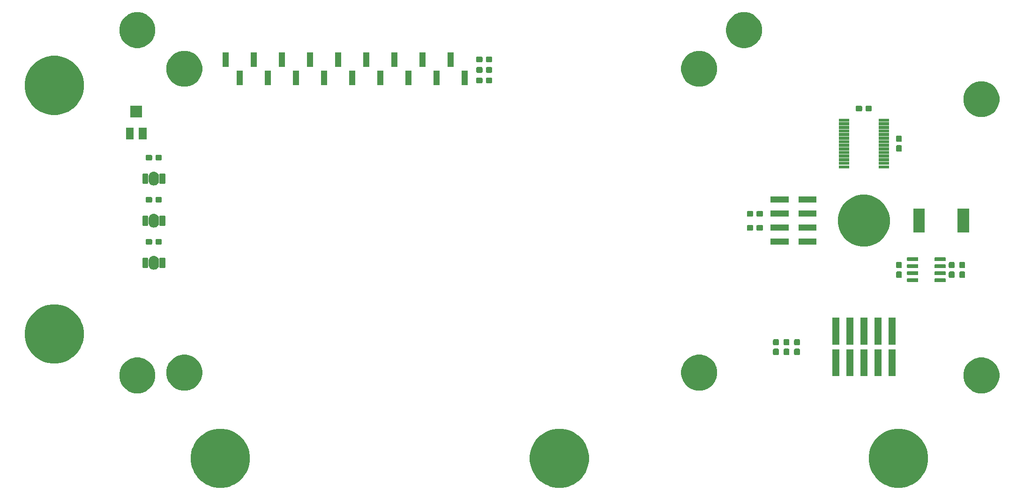
<source format=gbr>
G04 #@! TF.GenerationSoftware,KiCad,Pcbnew,(5.1.4)-1*
G04 #@! TF.CreationDate,2020-03-27T13:26:32-04:00*
G04 #@! TF.ProjectId,stepUP_lcd,73746570-5550-45f6-9c63-642e6b696361,rev?*
G04 #@! TF.SameCoordinates,Original*
G04 #@! TF.FileFunction,Soldermask,Bot*
G04 #@! TF.FilePolarity,Negative*
%FSLAX46Y46*%
G04 Gerber Fmt 4.6, Leading zero omitted, Abs format (unit mm)*
G04 Created by KiCad (PCBNEW (5.1.4)-1) date 2020-03-27 13:26:32*
%MOMM*%
%LPD*%
G04 APERTURE LIST*
%ADD10C,0.100000*%
G04 APERTURE END LIST*
D10*
G36*
X207810771Y-112854828D02*
G01*
X208447816Y-113118701D01*
X208784558Y-113258184D01*
X209514212Y-113745724D01*
X209660936Y-113843762D01*
X210406238Y-114589064D01*
X210406239Y-114589066D01*
X210991816Y-115465442D01*
X211131299Y-115802184D01*
X211395172Y-116439229D01*
X211600800Y-117472992D01*
X211600800Y-118527008D01*
X211395172Y-119560771D01*
X211131299Y-120197816D01*
X210991816Y-120534558D01*
X210504276Y-121264212D01*
X210406238Y-121410936D01*
X209660936Y-122156238D01*
X209514212Y-122254276D01*
X208784558Y-122741816D01*
X208447816Y-122881299D01*
X207810771Y-123145172D01*
X206777008Y-123350800D01*
X205722992Y-123350800D01*
X204689229Y-123145172D01*
X204052184Y-122881299D01*
X203715442Y-122741816D01*
X202985788Y-122254276D01*
X202839064Y-122156238D01*
X202093762Y-121410936D01*
X201995724Y-121264212D01*
X201508184Y-120534558D01*
X201368701Y-120197816D01*
X201104828Y-119560771D01*
X200899200Y-118527008D01*
X200899200Y-117472992D01*
X201104828Y-116439229D01*
X201368701Y-115802184D01*
X201508184Y-115465442D01*
X202093761Y-114589066D01*
X202093762Y-114589064D01*
X202839064Y-113843762D01*
X202985788Y-113745724D01*
X203715442Y-113258184D01*
X204052184Y-113118701D01*
X204689229Y-112854828D01*
X205722992Y-112649200D01*
X206777008Y-112649200D01*
X207810771Y-112854828D01*
X207810771Y-112854828D01*
G37*
G36*
X146560771Y-112854828D02*
G01*
X147197816Y-113118701D01*
X147534558Y-113258184D01*
X148264212Y-113745724D01*
X148410936Y-113843762D01*
X149156238Y-114589064D01*
X149156239Y-114589066D01*
X149741816Y-115465442D01*
X149881299Y-115802184D01*
X150145172Y-116439229D01*
X150350800Y-117472992D01*
X150350800Y-118527008D01*
X150145172Y-119560771D01*
X149881299Y-120197816D01*
X149741816Y-120534558D01*
X149254276Y-121264212D01*
X149156238Y-121410936D01*
X148410936Y-122156238D01*
X148264212Y-122254276D01*
X147534558Y-122741816D01*
X147197816Y-122881299D01*
X146560771Y-123145172D01*
X145527008Y-123350800D01*
X144472992Y-123350800D01*
X143439229Y-123145172D01*
X142802184Y-122881299D01*
X142465442Y-122741816D01*
X141735788Y-122254276D01*
X141589064Y-122156238D01*
X140843762Y-121410936D01*
X140745724Y-121264212D01*
X140258184Y-120534558D01*
X140118701Y-120197816D01*
X139854828Y-119560771D01*
X139649200Y-118527008D01*
X139649200Y-117472992D01*
X139854828Y-116439229D01*
X140118701Y-115802184D01*
X140258184Y-115465442D01*
X140843761Y-114589066D01*
X140843762Y-114589064D01*
X141589064Y-113843762D01*
X141735788Y-113745724D01*
X142465442Y-113258184D01*
X142802184Y-113118701D01*
X143439229Y-112854828D01*
X144472992Y-112649200D01*
X145527008Y-112649200D01*
X146560771Y-112854828D01*
X146560771Y-112854828D01*
G37*
G36*
X85310771Y-112854828D02*
G01*
X85947816Y-113118701D01*
X86284558Y-113258184D01*
X87014212Y-113745724D01*
X87160936Y-113843762D01*
X87906238Y-114589064D01*
X87906239Y-114589066D01*
X88491816Y-115465442D01*
X88631299Y-115802184D01*
X88895172Y-116439229D01*
X89100800Y-117472992D01*
X89100800Y-118527008D01*
X88895172Y-119560771D01*
X88631299Y-120197816D01*
X88491816Y-120534558D01*
X88004276Y-121264212D01*
X87906238Y-121410936D01*
X87160936Y-122156238D01*
X87014212Y-122254276D01*
X86284558Y-122741816D01*
X85947816Y-122881299D01*
X85310771Y-123145172D01*
X84277008Y-123350800D01*
X83222992Y-123350800D01*
X82189229Y-123145172D01*
X81552184Y-122881299D01*
X81215442Y-122741816D01*
X80485788Y-122254276D01*
X80339064Y-122156238D01*
X79593762Y-121410936D01*
X79495724Y-121264212D01*
X79008184Y-120534558D01*
X78868701Y-120197816D01*
X78604828Y-119560771D01*
X78399200Y-118527008D01*
X78399200Y-117472992D01*
X78604828Y-116439229D01*
X78868701Y-115802184D01*
X79008184Y-115465442D01*
X79593761Y-114589066D01*
X79593762Y-114589064D01*
X80339064Y-113843762D01*
X80485788Y-113745724D01*
X81215442Y-113258184D01*
X81552184Y-113118701D01*
X82189229Y-112854828D01*
X83222992Y-112649200D01*
X84277008Y-112649200D01*
X85310771Y-112854828D01*
X85310771Y-112854828D01*
G37*
G36*
X69698223Y-99874127D02*
G01*
X70028198Y-100010807D01*
X70289835Y-100119180D01*
X70822262Y-100474937D01*
X71275063Y-100927738D01*
X71630820Y-101460165D01*
X71739193Y-101721802D01*
X71875873Y-102051777D01*
X72000800Y-102679824D01*
X72000800Y-103320176D01*
X71875873Y-103948223D01*
X71739193Y-104278198D01*
X71630820Y-104539835D01*
X71275063Y-105072262D01*
X70822262Y-105525063D01*
X70289835Y-105880820D01*
X70028198Y-105989193D01*
X69698223Y-106125873D01*
X69070176Y-106250800D01*
X68429824Y-106250800D01*
X67801777Y-106125873D01*
X67471802Y-105989193D01*
X67210165Y-105880820D01*
X66677738Y-105525063D01*
X66224937Y-105072262D01*
X65869180Y-104539835D01*
X65760807Y-104278198D01*
X65624127Y-103948223D01*
X65499200Y-103320176D01*
X65499200Y-102679824D01*
X65624127Y-102051777D01*
X65760807Y-101721802D01*
X65869180Y-101460165D01*
X66224937Y-100927738D01*
X66677738Y-100474937D01*
X67210165Y-100119180D01*
X67471802Y-100010807D01*
X67801777Y-99874127D01*
X68429824Y-99749200D01*
X69070176Y-99749200D01*
X69698223Y-99874127D01*
X69698223Y-99874127D01*
G37*
G36*
X222198223Y-99874127D02*
G01*
X222528198Y-100010807D01*
X222789835Y-100119180D01*
X223322262Y-100474937D01*
X223775063Y-100927738D01*
X224130820Y-101460165D01*
X224239193Y-101721802D01*
X224375873Y-102051777D01*
X224500800Y-102679824D01*
X224500800Y-103320176D01*
X224375873Y-103948223D01*
X224239193Y-104278198D01*
X224130820Y-104539835D01*
X223775063Y-105072262D01*
X223322262Y-105525063D01*
X222789835Y-105880820D01*
X222528198Y-105989193D01*
X222198223Y-106125873D01*
X221570176Y-106250800D01*
X220929824Y-106250800D01*
X220301777Y-106125873D01*
X219971802Y-105989193D01*
X219710165Y-105880820D01*
X219177738Y-105525063D01*
X218724937Y-105072262D01*
X218369180Y-104539835D01*
X218260807Y-104278198D01*
X218124127Y-103948223D01*
X217999200Y-103320176D01*
X217999200Y-102679824D01*
X218124127Y-102051777D01*
X218260807Y-101721802D01*
X218369180Y-101460165D01*
X218724937Y-100927738D01*
X219177738Y-100474937D01*
X219710165Y-100119180D01*
X219971802Y-100010807D01*
X220301777Y-99874127D01*
X220929824Y-99749200D01*
X221570176Y-99749200D01*
X222198223Y-99874127D01*
X222198223Y-99874127D01*
G37*
G36*
X78198223Y-99374127D02*
G01*
X78528198Y-99510807D01*
X78789835Y-99619180D01*
X79322262Y-99974937D01*
X79775063Y-100427738D01*
X80130820Y-100960165D01*
X80239193Y-101221802D01*
X80375873Y-101551777D01*
X80500800Y-102179824D01*
X80500800Y-102820176D01*
X80375873Y-103448223D01*
X80239193Y-103778198D01*
X80130820Y-104039835D01*
X79775063Y-104572262D01*
X79322262Y-105025063D01*
X78789835Y-105380820D01*
X78528198Y-105489193D01*
X78198223Y-105625873D01*
X77570176Y-105750800D01*
X76929824Y-105750800D01*
X76301777Y-105625873D01*
X75971802Y-105489193D01*
X75710165Y-105380820D01*
X75177738Y-105025063D01*
X74724937Y-104572262D01*
X74369180Y-104039835D01*
X74260807Y-103778198D01*
X74124127Y-103448223D01*
X73999200Y-102820176D01*
X73999200Y-102179824D01*
X74124127Y-101551777D01*
X74260807Y-101221802D01*
X74369180Y-100960165D01*
X74724937Y-100427738D01*
X75177738Y-99974937D01*
X75710165Y-99619180D01*
X75971802Y-99510807D01*
X76301777Y-99374127D01*
X76929824Y-99249200D01*
X77570176Y-99249200D01*
X78198223Y-99374127D01*
X78198223Y-99374127D01*
G37*
G36*
X171198223Y-99374127D02*
G01*
X171528198Y-99510807D01*
X171789835Y-99619180D01*
X172322262Y-99974937D01*
X172775063Y-100427738D01*
X173130820Y-100960165D01*
X173239193Y-101221802D01*
X173375873Y-101551777D01*
X173500800Y-102179824D01*
X173500800Y-102820176D01*
X173375873Y-103448223D01*
X173239193Y-103778198D01*
X173130820Y-104039835D01*
X172775063Y-104572262D01*
X172322262Y-105025063D01*
X171789835Y-105380820D01*
X171528198Y-105489193D01*
X171198223Y-105625873D01*
X170570176Y-105750800D01*
X169929824Y-105750800D01*
X169301777Y-105625873D01*
X168971802Y-105489193D01*
X168710165Y-105380820D01*
X168177738Y-105025063D01*
X167724937Y-104572262D01*
X167369180Y-104039835D01*
X167260807Y-103778198D01*
X167124127Y-103448223D01*
X166999200Y-102820176D01*
X166999200Y-102179824D01*
X167124127Y-101551777D01*
X167260807Y-101221802D01*
X167369180Y-100960165D01*
X167724937Y-100427738D01*
X168177738Y-99974937D01*
X168710165Y-99619180D01*
X168971802Y-99510807D01*
X169301777Y-99374127D01*
X169929824Y-99249200D01*
X170570176Y-99249200D01*
X171198223Y-99374127D01*
X171198223Y-99374127D01*
G37*
G36*
X198110800Y-103160800D02*
G01*
X196809200Y-103160800D01*
X196809200Y-98309200D01*
X198110800Y-98309200D01*
X198110800Y-103160800D01*
X198110800Y-103160800D01*
G37*
G36*
X205730800Y-103160800D02*
G01*
X204429200Y-103160800D01*
X204429200Y-98309200D01*
X205730800Y-98309200D01*
X205730800Y-103160800D01*
X205730800Y-103160800D01*
G37*
G36*
X203190800Y-103160800D02*
G01*
X201889200Y-103160800D01*
X201889200Y-98309200D01*
X203190800Y-98309200D01*
X203190800Y-103160800D01*
X203190800Y-103160800D01*
G37*
G36*
X200650800Y-103160800D02*
G01*
X199349200Y-103160800D01*
X199349200Y-98309200D01*
X200650800Y-98309200D01*
X200650800Y-103160800D01*
X200650800Y-103160800D01*
G37*
G36*
X195570800Y-103160800D02*
G01*
X194269200Y-103160800D01*
X194269200Y-98309200D01*
X195570800Y-98309200D01*
X195570800Y-103160800D01*
X195570800Y-103160800D01*
G37*
G36*
X55310771Y-90354828D02*
G01*
X55947816Y-90618701D01*
X56284558Y-90758184D01*
X57014212Y-91245724D01*
X57160936Y-91343762D01*
X57906238Y-92089064D01*
X57906239Y-92089066D01*
X58491816Y-92965442D01*
X58631299Y-93302184D01*
X58895172Y-93939229D01*
X59100800Y-94972992D01*
X59100800Y-96027008D01*
X58895172Y-97060771D01*
X58631299Y-97697816D01*
X58491816Y-98034558D01*
X58004276Y-98764212D01*
X57906238Y-98910936D01*
X57160936Y-99656238D01*
X57021808Y-99749200D01*
X56284558Y-100241816D01*
X55947816Y-100381299D01*
X55310771Y-100645172D01*
X54277008Y-100850800D01*
X53222992Y-100850800D01*
X52189229Y-100645172D01*
X51552184Y-100381299D01*
X51215442Y-100241816D01*
X50478192Y-99749200D01*
X50339064Y-99656238D01*
X49593762Y-98910936D01*
X49495724Y-98764212D01*
X49008184Y-98034558D01*
X48868701Y-97697816D01*
X48604828Y-97060771D01*
X48399200Y-96027008D01*
X48399200Y-94972992D01*
X48604828Y-93939229D01*
X48868701Y-93302184D01*
X49008184Y-92965442D01*
X49593761Y-92089066D01*
X49593762Y-92089064D01*
X50339064Y-91343762D01*
X50485788Y-91245724D01*
X51215442Y-90758184D01*
X51552184Y-90618701D01*
X52189229Y-90354828D01*
X53222992Y-90149200D01*
X54277008Y-90149200D01*
X55310771Y-90354828D01*
X55310771Y-90354828D01*
G37*
G36*
X184449391Y-98164129D02*
G01*
X184496299Y-98178358D01*
X184539535Y-98201468D01*
X184577431Y-98232569D01*
X184608532Y-98270465D01*
X184631642Y-98313701D01*
X184645871Y-98360609D01*
X184650800Y-98410651D01*
X184650800Y-99059349D01*
X184645871Y-99109391D01*
X184631642Y-99156299D01*
X184608532Y-99199535D01*
X184577431Y-99237431D01*
X184539535Y-99268532D01*
X184496299Y-99291642D01*
X184449391Y-99305871D01*
X184399349Y-99310800D01*
X183850651Y-99310800D01*
X183800609Y-99305871D01*
X183753701Y-99291642D01*
X183710465Y-99268532D01*
X183672569Y-99237431D01*
X183641468Y-99199535D01*
X183618358Y-99156299D01*
X183604129Y-99109391D01*
X183599200Y-99059349D01*
X183599200Y-98410651D01*
X183604129Y-98360609D01*
X183618358Y-98313701D01*
X183641468Y-98270465D01*
X183672569Y-98232569D01*
X183710465Y-98201468D01*
X183753701Y-98178358D01*
X183800609Y-98164129D01*
X183850651Y-98159200D01*
X184399349Y-98159200D01*
X184449391Y-98164129D01*
X184449391Y-98164129D01*
G37*
G36*
X186354391Y-98164129D02*
G01*
X186401299Y-98178358D01*
X186444535Y-98201468D01*
X186482431Y-98232569D01*
X186513532Y-98270465D01*
X186536642Y-98313701D01*
X186550871Y-98360609D01*
X186555800Y-98410651D01*
X186555800Y-99059349D01*
X186550871Y-99109391D01*
X186536642Y-99156299D01*
X186513532Y-99199535D01*
X186482431Y-99237431D01*
X186444535Y-99268532D01*
X186401299Y-99291642D01*
X186354391Y-99305871D01*
X186304349Y-99310800D01*
X185755651Y-99310800D01*
X185705609Y-99305871D01*
X185658701Y-99291642D01*
X185615465Y-99268532D01*
X185577569Y-99237431D01*
X185546468Y-99199535D01*
X185523358Y-99156299D01*
X185509129Y-99109391D01*
X185504200Y-99059349D01*
X185504200Y-98410651D01*
X185509129Y-98360609D01*
X185523358Y-98313701D01*
X185546468Y-98270465D01*
X185577569Y-98232569D01*
X185615465Y-98201468D01*
X185658701Y-98178358D01*
X185705609Y-98164129D01*
X185755651Y-98159200D01*
X186304349Y-98159200D01*
X186354391Y-98164129D01*
X186354391Y-98164129D01*
G37*
G36*
X188259391Y-98164129D02*
G01*
X188306299Y-98178358D01*
X188349535Y-98201468D01*
X188387431Y-98232569D01*
X188418532Y-98270465D01*
X188441642Y-98313701D01*
X188455871Y-98360609D01*
X188460800Y-98410651D01*
X188460800Y-99059349D01*
X188455871Y-99109391D01*
X188441642Y-99156299D01*
X188418532Y-99199535D01*
X188387431Y-99237431D01*
X188349535Y-99268532D01*
X188306299Y-99291642D01*
X188259391Y-99305871D01*
X188209349Y-99310800D01*
X187660651Y-99310800D01*
X187610609Y-99305871D01*
X187563701Y-99291642D01*
X187520465Y-99268532D01*
X187482569Y-99237431D01*
X187451468Y-99199535D01*
X187428358Y-99156299D01*
X187414129Y-99109391D01*
X187409200Y-99059349D01*
X187409200Y-98410651D01*
X187414129Y-98360609D01*
X187428358Y-98313701D01*
X187451468Y-98270465D01*
X187482569Y-98232569D01*
X187520465Y-98201468D01*
X187563701Y-98178358D01*
X187610609Y-98164129D01*
X187660651Y-98159200D01*
X188209349Y-98159200D01*
X188259391Y-98164129D01*
X188259391Y-98164129D01*
G37*
G36*
X188259391Y-96414129D02*
G01*
X188306299Y-96428358D01*
X188349535Y-96451468D01*
X188387431Y-96482569D01*
X188418532Y-96520465D01*
X188441642Y-96563701D01*
X188455871Y-96610609D01*
X188460800Y-96660651D01*
X188460800Y-97309349D01*
X188455871Y-97359391D01*
X188441642Y-97406299D01*
X188418532Y-97449535D01*
X188387431Y-97487431D01*
X188349535Y-97518532D01*
X188306299Y-97541642D01*
X188259391Y-97555871D01*
X188209349Y-97560800D01*
X187660651Y-97560800D01*
X187610609Y-97555871D01*
X187563701Y-97541642D01*
X187520465Y-97518532D01*
X187482569Y-97487431D01*
X187451468Y-97449535D01*
X187428358Y-97406299D01*
X187414129Y-97359391D01*
X187409200Y-97309349D01*
X187409200Y-96660651D01*
X187414129Y-96610609D01*
X187428358Y-96563701D01*
X187451468Y-96520465D01*
X187482569Y-96482569D01*
X187520465Y-96451468D01*
X187563701Y-96428358D01*
X187610609Y-96414129D01*
X187660651Y-96409200D01*
X188209349Y-96409200D01*
X188259391Y-96414129D01*
X188259391Y-96414129D01*
G37*
G36*
X184449391Y-96414129D02*
G01*
X184496299Y-96428358D01*
X184539535Y-96451468D01*
X184577431Y-96482569D01*
X184608532Y-96520465D01*
X184631642Y-96563701D01*
X184645871Y-96610609D01*
X184650800Y-96660651D01*
X184650800Y-97309349D01*
X184645871Y-97359391D01*
X184631642Y-97406299D01*
X184608532Y-97449535D01*
X184577431Y-97487431D01*
X184539535Y-97518532D01*
X184496299Y-97541642D01*
X184449391Y-97555871D01*
X184399349Y-97560800D01*
X183850651Y-97560800D01*
X183800609Y-97555871D01*
X183753701Y-97541642D01*
X183710465Y-97518532D01*
X183672569Y-97487431D01*
X183641468Y-97449535D01*
X183618358Y-97406299D01*
X183604129Y-97359391D01*
X183599200Y-97309349D01*
X183599200Y-96660651D01*
X183604129Y-96610609D01*
X183618358Y-96563701D01*
X183641468Y-96520465D01*
X183672569Y-96482569D01*
X183710465Y-96451468D01*
X183753701Y-96428358D01*
X183800609Y-96414129D01*
X183850651Y-96409200D01*
X184399349Y-96409200D01*
X184449391Y-96414129D01*
X184449391Y-96414129D01*
G37*
G36*
X186354391Y-96414129D02*
G01*
X186401299Y-96428358D01*
X186444535Y-96451468D01*
X186482431Y-96482569D01*
X186513532Y-96520465D01*
X186536642Y-96563701D01*
X186550871Y-96610609D01*
X186555800Y-96660651D01*
X186555800Y-97309349D01*
X186550871Y-97359391D01*
X186536642Y-97406299D01*
X186513532Y-97449535D01*
X186482431Y-97487431D01*
X186444535Y-97518532D01*
X186401299Y-97541642D01*
X186354391Y-97555871D01*
X186304349Y-97560800D01*
X185755651Y-97560800D01*
X185705609Y-97555871D01*
X185658701Y-97541642D01*
X185615465Y-97518532D01*
X185577569Y-97487431D01*
X185546468Y-97449535D01*
X185523358Y-97406299D01*
X185509129Y-97359391D01*
X185504200Y-97309349D01*
X185504200Y-96660651D01*
X185509129Y-96610609D01*
X185523358Y-96563701D01*
X185546468Y-96520465D01*
X185577569Y-96482569D01*
X185615465Y-96451468D01*
X185658701Y-96428358D01*
X185705609Y-96414129D01*
X185755651Y-96409200D01*
X186304349Y-96409200D01*
X186354391Y-96414129D01*
X186354391Y-96414129D01*
G37*
G36*
X203190800Y-97410800D02*
G01*
X201889200Y-97410800D01*
X201889200Y-92559200D01*
X203190800Y-92559200D01*
X203190800Y-97410800D01*
X203190800Y-97410800D01*
G37*
G36*
X205730800Y-97410800D02*
G01*
X204429200Y-97410800D01*
X204429200Y-92559200D01*
X205730800Y-92559200D01*
X205730800Y-97410800D01*
X205730800Y-97410800D01*
G37*
G36*
X200650800Y-97410800D02*
G01*
X199349200Y-97410800D01*
X199349200Y-92559200D01*
X200650800Y-92559200D01*
X200650800Y-97410800D01*
X200650800Y-97410800D01*
G37*
G36*
X198110800Y-97410800D02*
G01*
X196809200Y-97410800D01*
X196809200Y-92559200D01*
X198110800Y-92559200D01*
X198110800Y-97410800D01*
X198110800Y-97410800D01*
G37*
G36*
X195570800Y-97410800D02*
G01*
X194269200Y-97410800D01*
X194269200Y-92559200D01*
X195570800Y-92559200D01*
X195570800Y-97410800D01*
X195570800Y-97410800D01*
G37*
G36*
X214662820Y-85423447D02*
G01*
X214693314Y-85432697D01*
X214721422Y-85447721D01*
X214746059Y-85467941D01*
X214766279Y-85492578D01*
X214781303Y-85520686D01*
X214790553Y-85551180D01*
X214793800Y-85584150D01*
X214793800Y-85957850D01*
X214790553Y-85990820D01*
X214781303Y-86021314D01*
X214766279Y-86049422D01*
X214746059Y-86074059D01*
X214721422Y-86094279D01*
X214693314Y-86109303D01*
X214662820Y-86118553D01*
X214629850Y-86121800D01*
X212906150Y-86121800D01*
X212873180Y-86118553D01*
X212842686Y-86109303D01*
X212814578Y-86094279D01*
X212789941Y-86074059D01*
X212769721Y-86049422D01*
X212754697Y-86021314D01*
X212745447Y-85990820D01*
X212742200Y-85957850D01*
X212742200Y-85584150D01*
X212745447Y-85551180D01*
X212754697Y-85520686D01*
X212769721Y-85492578D01*
X212789941Y-85467941D01*
X212814578Y-85447721D01*
X212842686Y-85432697D01*
X212873180Y-85423447D01*
X212906150Y-85420200D01*
X214629850Y-85420200D01*
X214662820Y-85423447D01*
X214662820Y-85423447D01*
G37*
G36*
X209712820Y-85423447D02*
G01*
X209743314Y-85432697D01*
X209771422Y-85447721D01*
X209796059Y-85467941D01*
X209816279Y-85492578D01*
X209831303Y-85520686D01*
X209840553Y-85551180D01*
X209843800Y-85584150D01*
X209843800Y-85957850D01*
X209840553Y-85990820D01*
X209831303Y-86021314D01*
X209816279Y-86049422D01*
X209796059Y-86074059D01*
X209771422Y-86094279D01*
X209743314Y-86109303D01*
X209712820Y-86118553D01*
X209679850Y-86121800D01*
X207956150Y-86121800D01*
X207923180Y-86118553D01*
X207892686Y-86109303D01*
X207864578Y-86094279D01*
X207839941Y-86074059D01*
X207819721Y-86049422D01*
X207804697Y-86021314D01*
X207795447Y-85990820D01*
X207792200Y-85957850D01*
X207792200Y-85584150D01*
X207795447Y-85551180D01*
X207804697Y-85520686D01*
X207819721Y-85492578D01*
X207839941Y-85467941D01*
X207864578Y-85447721D01*
X207892686Y-85432697D01*
X207923180Y-85423447D01*
X207956150Y-85420200D01*
X209679850Y-85420200D01*
X209712820Y-85423447D01*
X209712820Y-85423447D01*
G37*
G36*
X218104391Y-84194129D02*
G01*
X218151299Y-84208358D01*
X218194535Y-84231468D01*
X218232431Y-84262569D01*
X218263532Y-84300465D01*
X218286642Y-84343701D01*
X218300871Y-84390609D01*
X218305800Y-84440651D01*
X218305800Y-85089349D01*
X218300871Y-85139391D01*
X218286642Y-85186299D01*
X218263532Y-85229535D01*
X218232431Y-85267431D01*
X218194535Y-85298532D01*
X218151299Y-85321642D01*
X218104391Y-85335871D01*
X218054349Y-85340800D01*
X217505651Y-85340800D01*
X217455609Y-85335871D01*
X217408701Y-85321642D01*
X217365465Y-85298532D01*
X217327569Y-85267431D01*
X217296468Y-85229535D01*
X217273358Y-85186299D01*
X217259129Y-85139391D01*
X217254200Y-85089349D01*
X217254200Y-84440651D01*
X217259129Y-84390609D01*
X217273358Y-84343701D01*
X217296468Y-84300465D01*
X217327569Y-84262569D01*
X217365465Y-84231468D01*
X217408701Y-84208358D01*
X217455609Y-84194129D01*
X217505651Y-84189200D01*
X218054349Y-84189200D01*
X218104391Y-84194129D01*
X218104391Y-84194129D01*
G37*
G36*
X216199391Y-84194129D02*
G01*
X216246299Y-84208358D01*
X216289535Y-84231468D01*
X216327431Y-84262569D01*
X216358532Y-84300465D01*
X216381642Y-84343701D01*
X216395871Y-84390609D01*
X216400800Y-84440651D01*
X216400800Y-85089349D01*
X216395871Y-85139391D01*
X216381642Y-85186299D01*
X216358532Y-85229535D01*
X216327431Y-85267431D01*
X216289535Y-85298532D01*
X216246299Y-85321642D01*
X216199391Y-85335871D01*
X216149349Y-85340800D01*
X215600651Y-85340800D01*
X215550609Y-85335871D01*
X215503701Y-85321642D01*
X215460465Y-85298532D01*
X215422569Y-85267431D01*
X215391468Y-85229535D01*
X215368358Y-85186299D01*
X215354129Y-85139391D01*
X215349200Y-85089349D01*
X215349200Y-84440651D01*
X215354129Y-84390609D01*
X215368358Y-84343701D01*
X215391468Y-84300465D01*
X215422569Y-84262569D01*
X215460465Y-84231468D01*
X215503701Y-84208358D01*
X215550609Y-84194129D01*
X215600651Y-84189200D01*
X216149349Y-84189200D01*
X216199391Y-84194129D01*
X216199391Y-84194129D01*
G37*
G36*
X206674391Y-84194129D02*
G01*
X206721299Y-84208358D01*
X206764535Y-84231468D01*
X206802431Y-84262569D01*
X206833532Y-84300465D01*
X206856642Y-84343701D01*
X206870871Y-84390609D01*
X206875800Y-84440651D01*
X206875800Y-85089349D01*
X206870871Y-85139391D01*
X206856642Y-85186299D01*
X206833532Y-85229535D01*
X206802431Y-85267431D01*
X206764535Y-85298532D01*
X206721299Y-85321642D01*
X206674391Y-85335871D01*
X206624349Y-85340800D01*
X206075651Y-85340800D01*
X206025609Y-85335871D01*
X205978701Y-85321642D01*
X205935465Y-85298532D01*
X205897569Y-85267431D01*
X205866468Y-85229535D01*
X205843358Y-85186299D01*
X205829129Y-85139391D01*
X205824200Y-85089349D01*
X205824200Y-84440651D01*
X205829129Y-84390609D01*
X205843358Y-84343701D01*
X205866468Y-84300465D01*
X205897569Y-84262569D01*
X205935465Y-84231468D01*
X205978701Y-84208358D01*
X206025609Y-84194129D01*
X206075651Y-84189200D01*
X206624349Y-84189200D01*
X206674391Y-84194129D01*
X206674391Y-84194129D01*
G37*
G36*
X209712820Y-84153447D02*
G01*
X209743314Y-84162697D01*
X209771422Y-84177721D01*
X209796059Y-84197941D01*
X209816279Y-84222578D01*
X209831303Y-84250686D01*
X209840553Y-84281180D01*
X209843800Y-84314150D01*
X209843800Y-84687850D01*
X209840553Y-84720820D01*
X209831303Y-84751314D01*
X209816279Y-84779422D01*
X209796059Y-84804059D01*
X209771422Y-84824279D01*
X209743314Y-84839303D01*
X209712820Y-84848553D01*
X209679850Y-84851800D01*
X207956150Y-84851800D01*
X207923180Y-84848553D01*
X207892686Y-84839303D01*
X207864578Y-84824279D01*
X207839941Y-84804059D01*
X207819721Y-84779422D01*
X207804697Y-84751314D01*
X207795447Y-84720820D01*
X207792200Y-84687850D01*
X207792200Y-84314150D01*
X207795447Y-84281180D01*
X207804697Y-84250686D01*
X207819721Y-84222578D01*
X207839941Y-84197941D01*
X207864578Y-84177721D01*
X207892686Y-84162697D01*
X207923180Y-84153447D01*
X207956150Y-84150200D01*
X209679850Y-84150200D01*
X209712820Y-84153447D01*
X209712820Y-84153447D01*
G37*
G36*
X214662820Y-84153447D02*
G01*
X214693314Y-84162697D01*
X214721422Y-84177721D01*
X214746059Y-84197941D01*
X214766279Y-84222578D01*
X214781303Y-84250686D01*
X214790553Y-84281180D01*
X214793800Y-84314150D01*
X214793800Y-84687850D01*
X214790553Y-84720820D01*
X214781303Y-84751314D01*
X214766279Y-84779422D01*
X214746059Y-84804059D01*
X214721422Y-84824279D01*
X214693314Y-84839303D01*
X214662820Y-84848553D01*
X214629850Y-84851800D01*
X212906150Y-84851800D01*
X212873180Y-84848553D01*
X212842686Y-84839303D01*
X212814578Y-84824279D01*
X212789941Y-84804059D01*
X212769721Y-84779422D01*
X212754697Y-84751314D01*
X212745447Y-84720820D01*
X212742200Y-84687850D01*
X212742200Y-84314150D01*
X212745447Y-84281180D01*
X212754697Y-84250686D01*
X212769721Y-84222578D01*
X212789941Y-84197941D01*
X212814578Y-84177721D01*
X212842686Y-84162697D01*
X212873180Y-84153447D01*
X212906150Y-84150200D01*
X214629850Y-84150200D01*
X214662820Y-84153447D01*
X214662820Y-84153447D01*
G37*
G36*
X71916391Y-81382958D02*
G01*
X72095614Y-81437324D01*
X72260791Y-81525613D01*
X72405570Y-81644430D01*
X72524387Y-81789209D01*
X72612676Y-81954385D01*
X72667042Y-82133608D01*
X72680800Y-82273297D01*
X72680800Y-82966702D01*
X72667042Y-83106391D01*
X72612676Y-83285615D01*
X72524387Y-83450791D01*
X72405570Y-83595570D01*
X72260791Y-83714387D01*
X72095615Y-83802676D01*
X71916392Y-83857042D01*
X71730000Y-83875400D01*
X71543609Y-83857042D01*
X71364386Y-83802676D01*
X71199210Y-83714387D01*
X71054431Y-83595570D01*
X70935614Y-83450791D01*
X70847325Y-83285614D01*
X70792958Y-83106392D01*
X70782639Y-83001625D01*
X70779200Y-82966704D01*
X70779200Y-82273297D01*
X70789313Y-82170619D01*
X70792958Y-82133609D01*
X70847324Y-81954386D01*
X70935613Y-81789209D01*
X71054430Y-81644430D01*
X71199209Y-81525613D01*
X71364385Y-81437324D01*
X71543608Y-81382958D01*
X71730000Y-81364600D01*
X71916391Y-81382958D01*
X71916391Y-81382958D01*
G37*
G36*
X218104391Y-82444129D02*
G01*
X218151299Y-82458358D01*
X218194535Y-82481468D01*
X218232431Y-82512569D01*
X218263532Y-82550465D01*
X218286642Y-82593701D01*
X218300871Y-82640609D01*
X218305800Y-82690651D01*
X218305800Y-83339349D01*
X218300871Y-83389391D01*
X218286642Y-83436299D01*
X218263532Y-83479535D01*
X218232431Y-83517431D01*
X218194535Y-83548532D01*
X218151299Y-83571642D01*
X218104391Y-83585871D01*
X218054349Y-83590800D01*
X217505651Y-83590800D01*
X217455609Y-83585871D01*
X217408701Y-83571642D01*
X217365465Y-83548532D01*
X217327569Y-83517431D01*
X217296468Y-83479535D01*
X217273358Y-83436299D01*
X217259129Y-83389391D01*
X217254200Y-83339349D01*
X217254200Y-82690651D01*
X217259129Y-82640609D01*
X217273358Y-82593701D01*
X217296468Y-82550465D01*
X217327569Y-82512569D01*
X217365465Y-82481468D01*
X217408701Y-82458358D01*
X217455609Y-82444129D01*
X217505651Y-82439200D01*
X218054349Y-82439200D01*
X218104391Y-82444129D01*
X218104391Y-82444129D01*
G37*
G36*
X216199391Y-82444129D02*
G01*
X216246299Y-82458358D01*
X216289535Y-82481468D01*
X216327431Y-82512569D01*
X216358532Y-82550465D01*
X216381642Y-82593701D01*
X216395871Y-82640609D01*
X216400800Y-82690651D01*
X216400800Y-83339349D01*
X216395871Y-83389391D01*
X216381642Y-83436299D01*
X216358532Y-83479535D01*
X216327431Y-83517431D01*
X216289535Y-83548532D01*
X216246299Y-83571642D01*
X216199391Y-83585871D01*
X216149349Y-83590800D01*
X215600651Y-83590800D01*
X215550609Y-83585871D01*
X215503701Y-83571642D01*
X215460465Y-83548532D01*
X215422569Y-83517431D01*
X215391468Y-83479535D01*
X215368358Y-83436299D01*
X215354129Y-83389391D01*
X215349200Y-83339349D01*
X215349200Y-82690651D01*
X215354129Y-82640609D01*
X215368358Y-82593701D01*
X215391468Y-82550465D01*
X215422569Y-82512569D01*
X215460465Y-82481468D01*
X215503701Y-82458358D01*
X215550609Y-82444129D01*
X215600651Y-82439200D01*
X216149349Y-82439200D01*
X216199391Y-82444129D01*
X216199391Y-82444129D01*
G37*
G36*
X206674391Y-82444129D02*
G01*
X206721299Y-82458358D01*
X206764535Y-82481468D01*
X206802431Y-82512569D01*
X206833532Y-82550465D01*
X206856642Y-82593701D01*
X206870871Y-82640609D01*
X206875800Y-82690651D01*
X206875800Y-83339349D01*
X206870871Y-83389391D01*
X206856642Y-83436299D01*
X206833532Y-83479535D01*
X206802431Y-83517431D01*
X206764535Y-83548532D01*
X206721299Y-83571642D01*
X206674391Y-83585871D01*
X206624349Y-83590800D01*
X206075651Y-83590800D01*
X206025609Y-83585871D01*
X205978701Y-83571642D01*
X205935465Y-83548532D01*
X205897569Y-83517431D01*
X205866468Y-83479535D01*
X205843358Y-83436299D01*
X205829129Y-83389391D01*
X205824200Y-83339349D01*
X205824200Y-82690651D01*
X205829129Y-82640609D01*
X205843358Y-82593701D01*
X205866468Y-82550465D01*
X205897569Y-82512569D01*
X205935465Y-82481468D01*
X205978701Y-82458358D01*
X206025609Y-82444129D01*
X206075651Y-82439200D01*
X206624349Y-82439200D01*
X206674391Y-82444129D01*
X206674391Y-82444129D01*
G37*
G36*
X214662820Y-82883447D02*
G01*
X214693314Y-82892697D01*
X214721422Y-82907721D01*
X214746059Y-82927941D01*
X214766279Y-82952578D01*
X214781303Y-82980686D01*
X214790553Y-83011180D01*
X214793800Y-83044150D01*
X214793800Y-83417850D01*
X214790553Y-83450820D01*
X214781303Y-83481314D01*
X214766279Y-83509422D01*
X214746059Y-83534059D01*
X214721422Y-83554279D01*
X214693314Y-83569303D01*
X214662820Y-83578553D01*
X214629850Y-83581800D01*
X212906150Y-83581800D01*
X212873180Y-83578553D01*
X212842686Y-83569303D01*
X212814578Y-83554279D01*
X212789941Y-83534059D01*
X212769721Y-83509422D01*
X212754697Y-83481314D01*
X212745447Y-83450820D01*
X212742200Y-83417850D01*
X212742200Y-83044150D01*
X212745447Y-83011180D01*
X212754697Y-82980686D01*
X212769721Y-82952578D01*
X212789941Y-82927941D01*
X212814578Y-82907721D01*
X212842686Y-82892697D01*
X212873180Y-82883447D01*
X212906150Y-82880200D01*
X214629850Y-82880200D01*
X214662820Y-82883447D01*
X214662820Y-82883447D01*
G37*
G36*
X209712820Y-82883447D02*
G01*
X209743314Y-82892697D01*
X209771422Y-82907721D01*
X209796059Y-82927941D01*
X209816279Y-82952578D01*
X209831303Y-82980686D01*
X209840553Y-83011180D01*
X209843800Y-83044150D01*
X209843800Y-83417850D01*
X209840553Y-83450820D01*
X209831303Y-83481314D01*
X209816279Y-83509422D01*
X209796059Y-83534059D01*
X209771422Y-83554279D01*
X209743314Y-83569303D01*
X209712820Y-83578553D01*
X209679850Y-83581800D01*
X207956150Y-83581800D01*
X207923180Y-83578553D01*
X207892686Y-83569303D01*
X207864578Y-83554279D01*
X207839941Y-83534059D01*
X207819721Y-83509422D01*
X207804697Y-83481314D01*
X207795447Y-83450820D01*
X207792200Y-83417850D01*
X207792200Y-83044150D01*
X207795447Y-83011180D01*
X207804697Y-82980686D01*
X207819721Y-82952578D01*
X207839941Y-82927941D01*
X207864578Y-82907721D01*
X207892686Y-82892697D01*
X207923180Y-82883447D01*
X207956150Y-82880200D01*
X209679850Y-82880200D01*
X209712820Y-82883447D01*
X209712820Y-82883447D01*
G37*
G36*
X70548757Y-81698069D02*
G01*
X70585326Y-81709162D01*
X70619035Y-81727180D01*
X70648576Y-81751424D01*
X70672820Y-81780965D01*
X70690838Y-81814674D01*
X70701931Y-81851243D01*
X70705800Y-81890530D01*
X70705800Y-83349470D01*
X70701931Y-83388757D01*
X70690838Y-83425326D01*
X70672820Y-83459035D01*
X70648576Y-83488576D01*
X70619035Y-83512820D01*
X70585326Y-83530838D01*
X70548757Y-83541931D01*
X70509470Y-83545800D01*
X69850530Y-83545800D01*
X69811243Y-83541931D01*
X69774674Y-83530838D01*
X69740965Y-83512820D01*
X69711424Y-83488576D01*
X69687180Y-83459035D01*
X69669162Y-83425326D01*
X69658069Y-83388757D01*
X69654200Y-83349470D01*
X69654200Y-81890530D01*
X69658069Y-81851243D01*
X69669162Y-81814674D01*
X69687180Y-81780965D01*
X69711424Y-81751424D01*
X69740965Y-81727180D01*
X69774674Y-81709162D01*
X69811243Y-81698069D01*
X69850530Y-81694200D01*
X70509470Y-81694200D01*
X70548757Y-81698069D01*
X70548757Y-81698069D01*
G37*
G36*
X73648757Y-81698069D02*
G01*
X73685326Y-81709162D01*
X73719035Y-81727180D01*
X73748576Y-81751424D01*
X73772820Y-81780965D01*
X73790838Y-81814674D01*
X73801931Y-81851243D01*
X73805800Y-81890530D01*
X73805800Y-83349470D01*
X73801931Y-83388757D01*
X73790838Y-83425326D01*
X73772820Y-83459035D01*
X73748576Y-83488576D01*
X73719035Y-83512820D01*
X73685326Y-83530838D01*
X73648757Y-83541931D01*
X73609470Y-83545800D01*
X72950530Y-83545800D01*
X72911243Y-83541931D01*
X72874674Y-83530838D01*
X72840965Y-83512820D01*
X72811424Y-83488576D01*
X72787180Y-83459035D01*
X72769162Y-83425326D01*
X72758069Y-83388757D01*
X72754200Y-83349470D01*
X72754200Y-81890530D01*
X72758069Y-81851243D01*
X72769162Y-81814674D01*
X72787180Y-81780965D01*
X72811424Y-81751424D01*
X72840965Y-81727180D01*
X72874674Y-81709162D01*
X72911243Y-81698069D01*
X72950530Y-81694200D01*
X73609470Y-81694200D01*
X73648757Y-81698069D01*
X73648757Y-81698069D01*
G37*
G36*
X214662820Y-81613447D02*
G01*
X214693314Y-81622697D01*
X214721422Y-81637721D01*
X214746059Y-81657941D01*
X214766279Y-81682578D01*
X214781303Y-81710686D01*
X214790553Y-81741180D01*
X214793800Y-81774150D01*
X214793800Y-82147850D01*
X214790553Y-82180820D01*
X214781303Y-82211314D01*
X214766279Y-82239422D01*
X214746059Y-82264059D01*
X214721422Y-82284279D01*
X214693314Y-82299303D01*
X214662820Y-82308553D01*
X214629850Y-82311800D01*
X212906150Y-82311800D01*
X212873180Y-82308553D01*
X212842686Y-82299303D01*
X212814578Y-82284279D01*
X212789941Y-82264059D01*
X212769721Y-82239422D01*
X212754697Y-82211314D01*
X212745447Y-82180820D01*
X212742200Y-82147850D01*
X212742200Y-81774150D01*
X212745447Y-81741180D01*
X212754697Y-81710686D01*
X212769721Y-81682578D01*
X212789941Y-81657941D01*
X212814578Y-81637721D01*
X212842686Y-81622697D01*
X212873180Y-81613447D01*
X212906150Y-81610200D01*
X214629850Y-81610200D01*
X214662820Y-81613447D01*
X214662820Y-81613447D01*
G37*
G36*
X209712820Y-81613447D02*
G01*
X209743314Y-81622697D01*
X209771422Y-81637721D01*
X209796059Y-81657941D01*
X209816279Y-81682578D01*
X209831303Y-81710686D01*
X209840553Y-81741180D01*
X209843800Y-81774150D01*
X209843800Y-82147850D01*
X209840553Y-82180820D01*
X209831303Y-82211314D01*
X209816279Y-82239422D01*
X209796059Y-82264059D01*
X209771422Y-82284279D01*
X209743314Y-82299303D01*
X209712820Y-82308553D01*
X209679850Y-82311800D01*
X207956150Y-82311800D01*
X207923180Y-82308553D01*
X207892686Y-82299303D01*
X207864578Y-82284279D01*
X207839941Y-82264059D01*
X207819721Y-82239422D01*
X207804697Y-82211314D01*
X207795447Y-82180820D01*
X207792200Y-82147850D01*
X207792200Y-81774150D01*
X207795447Y-81741180D01*
X207804697Y-81710686D01*
X207819721Y-81682578D01*
X207839941Y-81657941D01*
X207864578Y-81637721D01*
X207892686Y-81622697D01*
X207923180Y-81613447D01*
X207956150Y-81610200D01*
X209679850Y-81610200D01*
X209712820Y-81613447D01*
X209712820Y-81613447D01*
G37*
G36*
X201371173Y-70479849D02*
G01*
X202226664Y-70834205D01*
X202226665Y-70834206D01*
X202226668Y-70834207D01*
X202739945Y-71177168D01*
X202996585Y-71348650D01*
X203651350Y-72003415D01*
X203651351Y-72003417D01*
X204165793Y-72773332D01*
X204165794Y-72773335D01*
X204165795Y-72773336D01*
X204520151Y-73628827D01*
X204700800Y-74537012D01*
X204700800Y-75462988D01*
X204520151Y-76371173D01*
X204165795Y-77226664D01*
X204165793Y-77226668D01*
X203822832Y-77739945D01*
X203651350Y-77996585D01*
X202996585Y-78651350D01*
X202739945Y-78822832D01*
X202226668Y-79165793D01*
X202226665Y-79165794D01*
X202226664Y-79165795D01*
X201371173Y-79520151D01*
X200462988Y-79700800D01*
X199537012Y-79700800D01*
X198628827Y-79520151D01*
X197773336Y-79165795D01*
X197773335Y-79165794D01*
X197773332Y-79165793D01*
X197260055Y-78822832D01*
X197003415Y-78651350D01*
X196348650Y-77996585D01*
X196177168Y-77739945D01*
X195834207Y-77226668D01*
X195834205Y-77226664D01*
X195479849Y-76371173D01*
X195299200Y-75462988D01*
X195299200Y-74537012D01*
X195479849Y-73628827D01*
X195834205Y-72773336D01*
X195834206Y-72773335D01*
X195834207Y-72773332D01*
X196348649Y-72003417D01*
X196348650Y-72003415D01*
X197003415Y-71348650D01*
X197260055Y-71177168D01*
X197773332Y-70834207D01*
X197773335Y-70834206D01*
X197773336Y-70834205D01*
X198628827Y-70479849D01*
X199537012Y-70299200D01*
X200462988Y-70299200D01*
X201371173Y-70479849D01*
X201371173Y-70479849D01*
G37*
G36*
X186400800Y-79360800D02*
G01*
X183149200Y-79360800D01*
X183149200Y-78259200D01*
X186400800Y-78259200D01*
X186400800Y-79360800D01*
X186400800Y-79360800D01*
G37*
G36*
X191450800Y-79360800D02*
G01*
X188199200Y-79360800D01*
X188199200Y-78259200D01*
X191450800Y-78259200D01*
X191450800Y-79360800D01*
X191450800Y-79360800D01*
G37*
G36*
X72979391Y-78289129D02*
G01*
X73026299Y-78303358D01*
X73069535Y-78326468D01*
X73107431Y-78357569D01*
X73138532Y-78395465D01*
X73161642Y-78438701D01*
X73175871Y-78485609D01*
X73180800Y-78535651D01*
X73180800Y-79084349D01*
X73175871Y-79134391D01*
X73161642Y-79181299D01*
X73138532Y-79224535D01*
X73107431Y-79262431D01*
X73069535Y-79293532D01*
X73026299Y-79316642D01*
X72979391Y-79330871D01*
X72929349Y-79335800D01*
X72280651Y-79335800D01*
X72230609Y-79330871D01*
X72183701Y-79316642D01*
X72140465Y-79293532D01*
X72102569Y-79262431D01*
X72071468Y-79224535D01*
X72048358Y-79181299D01*
X72034129Y-79134391D01*
X72029200Y-79084349D01*
X72029200Y-78535651D01*
X72034129Y-78485609D01*
X72048358Y-78438701D01*
X72071468Y-78395465D01*
X72102569Y-78357569D01*
X72140465Y-78326468D01*
X72183701Y-78303358D01*
X72230609Y-78289129D01*
X72280651Y-78284200D01*
X72929349Y-78284200D01*
X72979391Y-78289129D01*
X72979391Y-78289129D01*
G37*
G36*
X71229391Y-78289129D02*
G01*
X71276299Y-78303358D01*
X71319535Y-78326468D01*
X71357431Y-78357569D01*
X71388532Y-78395465D01*
X71411642Y-78438701D01*
X71425871Y-78485609D01*
X71430800Y-78535651D01*
X71430800Y-79084349D01*
X71425871Y-79134391D01*
X71411642Y-79181299D01*
X71388532Y-79224535D01*
X71357431Y-79262431D01*
X71319535Y-79293532D01*
X71276299Y-79316642D01*
X71229391Y-79330871D01*
X71179349Y-79335800D01*
X70530651Y-79335800D01*
X70480609Y-79330871D01*
X70433701Y-79316642D01*
X70390465Y-79293532D01*
X70352569Y-79262431D01*
X70321468Y-79224535D01*
X70298358Y-79181299D01*
X70284129Y-79134391D01*
X70279200Y-79084349D01*
X70279200Y-78535651D01*
X70284129Y-78485609D01*
X70298358Y-78438701D01*
X70321468Y-78395465D01*
X70352569Y-78357569D01*
X70390465Y-78326468D01*
X70433701Y-78303358D01*
X70480609Y-78289129D01*
X70530651Y-78284200D01*
X71179349Y-78284200D01*
X71229391Y-78289129D01*
X71229391Y-78289129D01*
G37*
G36*
X211020800Y-77150800D02*
G01*
X208919200Y-77150800D01*
X208919200Y-72849200D01*
X211020800Y-72849200D01*
X211020800Y-77150800D01*
X211020800Y-77150800D01*
G37*
G36*
X219020800Y-77150800D02*
G01*
X216919200Y-77150800D01*
X216919200Y-72849200D01*
X219020800Y-72849200D01*
X219020800Y-77150800D01*
X219020800Y-77150800D01*
G37*
G36*
X191450800Y-76820800D02*
G01*
X188199200Y-76820800D01*
X188199200Y-75719200D01*
X191450800Y-75719200D01*
X191450800Y-76820800D01*
X191450800Y-76820800D01*
G37*
G36*
X186400800Y-76820800D02*
G01*
X183149200Y-76820800D01*
X183149200Y-75719200D01*
X186400800Y-75719200D01*
X186400800Y-76820800D01*
X186400800Y-76820800D01*
G37*
G36*
X179814391Y-75749129D02*
G01*
X179861299Y-75763358D01*
X179904535Y-75786468D01*
X179942431Y-75817569D01*
X179973532Y-75855465D01*
X179996642Y-75898701D01*
X180010871Y-75945609D01*
X180015800Y-75995651D01*
X180015800Y-76544349D01*
X180010871Y-76594391D01*
X179996642Y-76641299D01*
X179973532Y-76684535D01*
X179942431Y-76722431D01*
X179904535Y-76753532D01*
X179861299Y-76776642D01*
X179814391Y-76790871D01*
X179764349Y-76795800D01*
X179115651Y-76795800D01*
X179065609Y-76790871D01*
X179018701Y-76776642D01*
X178975465Y-76753532D01*
X178937569Y-76722431D01*
X178906468Y-76684535D01*
X178883358Y-76641299D01*
X178869129Y-76594391D01*
X178864200Y-76544349D01*
X178864200Y-75995651D01*
X178869129Y-75945609D01*
X178883358Y-75898701D01*
X178906468Y-75855465D01*
X178937569Y-75817569D01*
X178975465Y-75786468D01*
X179018701Y-75763358D01*
X179065609Y-75749129D01*
X179115651Y-75744200D01*
X179764349Y-75744200D01*
X179814391Y-75749129D01*
X179814391Y-75749129D01*
G37*
G36*
X181564391Y-75749129D02*
G01*
X181611299Y-75763358D01*
X181654535Y-75786468D01*
X181692431Y-75817569D01*
X181723532Y-75855465D01*
X181746642Y-75898701D01*
X181760871Y-75945609D01*
X181765800Y-75995651D01*
X181765800Y-76544349D01*
X181760871Y-76594391D01*
X181746642Y-76641299D01*
X181723532Y-76684535D01*
X181692431Y-76722431D01*
X181654535Y-76753532D01*
X181611299Y-76776642D01*
X181564391Y-76790871D01*
X181514349Y-76795800D01*
X180865651Y-76795800D01*
X180815609Y-76790871D01*
X180768701Y-76776642D01*
X180725465Y-76753532D01*
X180687569Y-76722431D01*
X180656468Y-76684535D01*
X180633358Y-76641299D01*
X180619129Y-76594391D01*
X180614200Y-76544349D01*
X180614200Y-75995651D01*
X180619129Y-75945609D01*
X180633358Y-75898701D01*
X180656468Y-75855465D01*
X180687569Y-75817569D01*
X180725465Y-75786468D01*
X180768701Y-75763358D01*
X180815609Y-75749129D01*
X180865651Y-75744200D01*
X181514349Y-75744200D01*
X181564391Y-75749129D01*
X181564391Y-75749129D01*
G37*
G36*
X71916391Y-73762958D02*
G01*
X72095614Y-73817324D01*
X72260791Y-73905613D01*
X72405570Y-74024430D01*
X72524387Y-74169209D01*
X72612676Y-74334385D01*
X72667042Y-74513608D01*
X72680800Y-74653297D01*
X72680800Y-75346702D01*
X72667042Y-75486391D01*
X72612676Y-75665615D01*
X72524387Y-75830791D01*
X72405570Y-75975570D01*
X72260791Y-76094387D01*
X72095615Y-76182676D01*
X71916392Y-76237042D01*
X71730000Y-76255400D01*
X71543609Y-76237042D01*
X71364386Y-76182676D01*
X71199210Y-76094387D01*
X71054431Y-75975570D01*
X70935614Y-75830791D01*
X70847325Y-75665614D01*
X70792958Y-75486392D01*
X70779200Y-75346703D01*
X70779200Y-74653298D01*
X70792958Y-74513609D01*
X70847324Y-74334386D01*
X70935613Y-74169209D01*
X71054430Y-74024430D01*
X71199209Y-73905613D01*
X71364385Y-73817324D01*
X71543608Y-73762958D01*
X71730000Y-73744600D01*
X71916391Y-73762958D01*
X71916391Y-73762958D01*
G37*
G36*
X70548757Y-74078069D02*
G01*
X70585326Y-74089162D01*
X70619035Y-74107180D01*
X70648576Y-74131424D01*
X70672820Y-74160965D01*
X70690838Y-74194674D01*
X70701931Y-74231243D01*
X70705800Y-74270530D01*
X70705800Y-75729470D01*
X70701931Y-75768757D01*
X70690838Y-75805326D01*
X70672820Y-75839035D01*
X70648576Y-75868576D01*
X70619035Y-75892820D01*
X70585326Y-75910838D01*
X70548757Y-75921931D01*
X70509470Y-75925800D01*
X69850530Y-75925800D01*
X69811243Y-75921931D01*
X69774674Y-75910838D01*
X69740965Y-75892820D01*
X69711424Y-75868576D01*
X69687180Y-75839035D01*
X69669162Y-75805326D01*
X69658069Y-75768757D01*
X69654200Y-75729470D01*
X69654200Y-74270530D01*
X69658069Y-74231243D01*
X69669162Y-74194674D01*
X69687180Y-74160965D01*
X69711424Y-74131424D01*
X69740965Y-74107180D01*
X69774674Y-74089162D01*
X69811243Y-74078069D01*
X69850530Y-74074200D01*
X70509470Y-74074200D01*
X70548757Y-74078069D01*
X70548757Y-74078069D01*
G37*
G36*
X73648757Y-74078069D02*
G01*
X73685326Y-74089162D01*
X73719035Y-74107180D01*
X73748576Y-74131424D01*
X73772820Y-74160965D01*
X73790838Y-74194674D01*
X73801931Y-74231243D01*
X73805800Y-74270530D01*
X73805800Y-75729470D01*
X73801931Y-75768757D01*
X73790838Y-75805326D01*
X73772820Y-75839035D01*
X73748576Y-75868576D01*
X73719035Y-75892820D01*
X73685326Y-75910838D01*
X73648757Y-75921931D01*
X73609470Y-75925800D01*
X72950530Y-75925800D01*
X72911243Y-75921931D01*
X72874674Y-75910838D01*
X72840965Y-75892820D01*
X72811424Y-75868576D01*
X72787180Y-75839035D01*
X72769162Y-75805326D01*
X72758069Y-75768757D01*
X72754200Y-75729470D01*
X72754200Y-74270530D01*
X72758069Y-74231243D01*
X72769162Y-74194674D01*
X72787180Y-74160965D01*
X72811424Y-74131424D01*
X72840965Y-74107180D01*
X72874674Y-74089162D01*
X72911243Y-74078069D01*
X72950530Y-74074200D01*
X73609470Y-74074200D01*
X73648757Y-74078069D01*
X73648757Y-74078069D01*
G37*
G36*
X186400800Y-74280800D02*
G01*
X183149200Y-74280800D01*
X183149200Y-73179200D01*
X186400800Y-73179200D01*
X186400800Y-74280800D01*
X186400800Y-74280800D01*
G37*
G36*
X191450800Y-74280800D02*
G01*
X188199200Y-74280800D01*
X188199200Y-73179200D01*
X191450800Y-73179200D01*
X191450800Y-74280800D01*
X191450800Y-74280800D01*
G37*
G36*
X179814391Y-73209129D02*
G01*
X179861299Y-73223358D01*
X179904535Y-73246468D01*
X179942431Y-73277569D01*
X179973532Y-73315465D01*
X179996642Y-73358701D01*
X180010871Y-73405609D01*
X180015800Y-73455651D01*
X180015800Y-74004349D01*
X180010871Y-74054391D01*
X179996642Y-74101299D01*
X179973532Y-74144535D01*
X179942431Y-74182431D01*
X179904535Y-74213532D01*
X179861299Y-74236642D01*
X179814391Y-74250871D01*
X179764349Y-74255800D01*
X179115651Y-74255800D01*
X179065609Y-74250871D01*
X179018701Y-74236642D01*
X178975465Y-74213532D01*
X178937569Y-74182431D01*
X178906468Y-74144535D01*
X178883358Y-74101299D01*
X178869129Y-74054391D01*
X178864200Y-74004349D01*
X178864200Y-73455651D01*
X178869129Y-73405609D01*
X178883358Y-73358701D01*
X178906468Y-73315465D01*
X178937569Y-73277569D01*
X178975465Y-73246468D01*
X179018701Y-73223358D01*
X179065609Y-73209129D01*
X179115651Y-73204200D01*
X179764349Y-73204200D01*
X179814391Y-73209129D01*
X179814391Y-73209129D01*
G37*
G36*
X181564391Y-73209129D02*
G01*
X181611299Y-73223358D01*
X181654535Y-73246468D01*
X181692431Y-73277569D01*
X181723532Y-73315465D01*
X181746642Y-73358701D01*
X181760871Y-73405609D01*
X181765800Y-73455651D01*
X181765800Y-74004349D01*
X181760871Y-74054391D01*
X181746642Y-74101299D01*
X181723532Y-74144535D01*
X181692431Y-74182431D01*
X181654535Y-74213532D01*
X181611299Y-74236642D01*
X181564391Y-74250871D01*
X181514349Y-74255800D01*
X180865651Y-74255800D01*
X180815609Y-74250871D01*
X180768701Y-74236642D01*
X180725465Y-74213532D01*
X180687569Y-74182431D01*
X180656468Y-74144535D01*
X180633358Y-74101299D01*
X180619129Y-74054391D01*
X180614200Y-74004349D01*
X180614200Y-73455651D01*
X180619129Y-73405609D01*
X180633358Y-73358701D01*
X180656468Y-73315465D01*
X180687569Y-73277569D01*
X180725465Y-73246468D01*
X180768701Y-73223358D01*
X180815609Y-73209129D01*
X180865651Y-73204200D01*
X181514349Y-73204200D01*
X181564391Y-73209129D01*
X181564391Y-73209129D01*
G37*
G36*
X191450800Y-71740800D02*
G01*
X188199200Y-71740800D01*
X188199200Y-70639200D01*
X191450800Y-70639200D01*
X191450800Y-71740800D01*
X191450800Y-71740800D01*
G37*
G36*
X186400800Y-71740800D02*
G01*
X183149200Y-71740800D01*
X183149200Y-70639200D01*
X186400800Y-70639200D01*
X186400800Y-71740800D01*
X186400800Y-71740800D01*
G37*
G36*
X71229391Y-70669129D02*
G01*
X71276299Y-70683358D01*
X71319535Y-70706468D01*
X71357431Y-70737569D01*
X71388532Y-70775465D01*
X71411642Y-70818701D01*
X71425871Y-70865609D01*
X71430800Y-70915651D01*
X71430800Y-71464349D01*
X71425871Y-71514391D01*
X71411642Y-71561299D01*
X71388532Y-71604535D01*
X71357431Y-71642431D01*
X71319535Y-71673532D01*
X71276299Y-71696642D01*
X71229391Y-71710871D01*
X71179349Y-71715800D01*
X70530651Y-71715800D01*
X70480609Y-71710871D01*
X70433701Y-71696642D01*
X70390465Y-71673532D01*
X70352569Y-71642431D01*
X70321468Y-71604535D01*
X70298358Y-71561299D01*
X70284129Y-71514391D01*
X70279200Y-71464349D01*
X70279200Y-70915651D01*
X70284129Y-70865609D01*
X70298358Y-70818701D01*
X70321468Y-70775465D01*
X70352569Y-70737569D01*
X70390465Y-70706468D01*
X70433701Y-70683358D01*
X70480609Y-70669129D01*
X70530651Y-70664200D01*
X71179349Y-70664200D01*
X71229391Y-70669129D01*
X71229391Y-70669129D01*
G37*
G36*
X72979391Y-70669129D02*
G01*
X73026299Y-70683358D01*
X73069535Y-70706468D01*
X73107431Y-70737569D01*
X73138532Y-70775465D01*
X73161642Y-70818701D01*
X73175871Y-70865609D01*
X73180800Y-70915651D01*
X73180800Y-71464349D01*
X73175871Y-71514391D01*
X73161642Y-71561299D01*
X73138532Y-71604535D01*
X73107431Y-71642431D01*
X73069535Y-71673532D01*
X73026299Y-71696642D01*
X72979391Y-71710871D01*
X72929349Y-71715800D01*
X72280651Y-71715800D01*
X72230609Y-71710871D01*
X72183701Y-71696642D01*
X72140465Y-71673532D01*
X72102569Y-71642431D01*
X72071468Y-71604535D01*
X72048358Y-71561299D01*
X72034129Y-71514391D01*
X72029200Y-71464349D01*
X72029200Y-70915651D01*
X72034129Y-70865609D01*
X72048358Y-70818701D01*
X72071468Y-70775465D01*
X72102569Y-70737569D01*
X72140465Y-70706468D01*
X72183701Y-70683358D01*
X72230609Y-70669129D01*
X72280651Y-70664200D01*
X72929349Y-70664200D01*
X72979391Y-70669129D01*
X72979391Y-70669129D01*
G37*
G36*
X71916391Y-66142958D02*
G01*
X72095614Y-66197324D01*
X72260791Y-66285613D01*
X72405570Y-66404430D01*
X72524387Y-66549209D01*
X72612676Y-66714385D01*
X72667042Y-66893608D01*
X72680800Y-67033297D01*
X72680800Y-67726702D01*
X72667042Y-67866391D01*
X72612676Y-68045615D01*
X72524387Y-68210791D01*
X72405570Y-68355570D01*
X72260791Y-68474387D01*
X72095615Y-68562676D01*
X71916392Y-68617042D01*
X71730000Y-68635400D01*
X71543609Y-68617042D01*
X71364386Y-68562676D01*
X71199210Y-68474387D01*
X71054431Y-68355570D01*
X70935614Y-68210791D01*
X70847325Y-68045614D01*
X70792958Y-67866392D01*
X70779200Y-67726703D01*
X70779200Y-67033298D01*
X70792958Y-66893609D01*
X70847324Y-66714386D01*
X70935613Y-66549209D01*
X71054430Y-66404430D01*
X71199209Y-66285613D01*
X71364385Y-66197324D01*
X71543608Y-66142958D01*
X71730000Y-66124600D01*
X71916391Y-66142958D01*
X71916391Y-66142958D01*
G37*
G36*
X73648757Y-66458069D02*
G01*
X73685326Y-66469162D01*
X73719035Y-66487180D01*
X73748576Y-66511424D01*
X73772820Y-66540965D01*
X73790838Y-66574674D01*
X73801931Y-66611243D01*
X73805800Y-66650530D01*
X73805800Y-68109470D01*
X73801931Y-68148757D01*
X73790838Y-68185326D01*
X73772820Y-68219035D01*
X73748576Y-68248576D01*
X73719035Y-68272820D01*
X73685326Y-68290838D01*
X73648757Y-68301931D01*
X73609470Y-68305800D01*
X72950530Y-68305800D01*
X72911243Y-68301931D01*
X72874674Y-68290838D01*
X72840965Y-68272820D01*
X72811424Y-68248576D01*
X72787180Y-68219035D01*
X72769162Y-68185326D01*
X72758069Y-68148757D01*
X72754200Y-68109470D01*
X72754200Y-66650530D01*
X72758069Y-66611243D01*
X72769162Y-66574674D01*
X72787180Y-66540965D01*
X72811424Y-66511424D01*
X72840965Y-66487180D01*
X72874674Y-66469162D01*
X72911243Y-66458069D01*
X72950530Y-66454200D01*
X73609470Y-66454200D01*
X73648757Y-66458069D01*
X73648757Y-66458069D01*
G37*
G36*
X70548757Y-66458069D02*
G01*
X70585326Y-66469162D01*
X70619035Y-66487180D01*
X70648576Y-66511424D01*
X70672820Y-66540965D01*
X70690838Y-66574674D01*
X70701931Y-66611243D01*
X70705800Y-66650530D01*
X70705800Y-68109470D01*
X70701931Y-68148757D01*
X70690838Y-68185326D01*
X70672820Y-68219035D01*
X70648576Y-68248576D01*
X70619035Y-68272820D01*
X70585326Y-68290838D01*
X70548757Y-68301931D01*
X70509470Y-68305800D01*
X69850530Y-68305800D01*
X69811243Y-68301931D01*
X69774674Y-68290838D01*
X69740965Y-68272820D01*
X69711424Y-68248576D01*
X69687180Y-68219035D01*
X69669162Y-68185326D01*
X69658069Y-68148757D01*
X69654200Y-68109470D01*
X69654200Y-66650530D01*
X69658069Y-66611243D01*
X69669162Y-66574674D01*
X69687180Y-66540965D01*
X69711424Y-66511424D01*
X69740965Y-66487180D01*
X69774674Y-66469162D01*
X69811243Y-66458069D01*
X69850530Y-66454200D01*
X70509470Y-66454200D01*
X70548757Y-66458069D01*
X70548757Y-66458069D01*
G37*
G36*
X197325800Y-65530800D02*
G01*
X195474200Y-65530800D01*
X195474200Y-64979200D01*
X197325800Y-64979200D01*
X197325800Y-65530800D01*
X197325800Y-65530800D01*
G37*
G36*
X204525800Y-65530800D02*
G01*
X202674200Y-65530800D01*
X202674200Y-64979200D01*
X204525800Y-64979200D01*
X204525800Y-65530800D01*
X204525800Y-65530800D01*
G37*
G36*
X197325800Y-64880800D02*
G01*
X195474200Y-64880800D01*
X195474200Y-64329200D01*
X197325800Y-64329200D01*
X197325800Y-64880800D01*
X197325800Y-64880800D01*
G37*
G36*
X204525800Y-64880800D02*
G01*
X202674200Y-64880800D01*
X202674200Y-64329200D01*
X204525800Y-64329200D01*
X204525800Y-64880800D01*
X204525800Y-64880800D01*
G37*
G36*
X204525800Y-64230800D02*
G01*
X202674200Y-64230800D01*
X202674200Y-63679200D01*
X204525800Y-63679200D01*
X204525800Y-64230800D01*
X204525800Y-64230800D01*
G37*
G36*
X197325800Y-64230800D02*
G01*
X195474200Y-64230800D01*
X195474200Y-63679200D01*
X197325800Y-63679200D01*
X197325800Y-64230800D01*
X197325800Y-64230800D01*
G37*
G36*
X72979391Y-63049129D02*
G01*
X73026299Y-63063358D01*
X73069535Y-63086468D01*
X73107431Y-63117569D01*
X73138532Y-63155465D01*
X73161642Y-63198701D01*
X73175871Y-63245609D01*
X73180800Y-63295651D01*
X73180800Y-63844349D01*
X73175871Y-63894391D01*
X73161642Y-63941299D01*
X73138532Y-63984535D01*
X73107431Y-64022431D01*
X73069535Y-64053532D01*
X73026299Y-64076642D01*
X72979391Y-64090871D01*
X72929349Y-64095800D01*
X72280651Y-64095800D01*
X72230609Y-64090871D01*
X72183701Y-64076642D01*
X72140465Y-64053532D01*
X72102569Y-64022431D01*
X72071468Y-63984535D01*
X72048358Y-63941299D01*
X72034129Y-63894391D01*
X72029200Y-63844349D01*
X72029200Y-63295651D01*
X72034129Y-63245609D01*
X72048358Y-63198701D01*
X72071468Y-63155465D01*
X72102569Y-63117569D01*
X72140465Y-63086468D01*
X72183701Y-63063358D01*
X72230609Y-63049129D01*
X72280651Y-63044200D01*
X72929349Y-63044200D01*
X72979391Y-63049129D01*
X72979391Y-63049129D01*
G37*
G36*
X71229391Y-63049129D02*
G01*
X71276299Y-63063358D01*
X71319535Y-63086468D01*
X71357431Y-63117569D01*
X71388532Y-63155465D01*
X71411642Y-63198701D01*
X71425871Y-63245609D01*
X71430800Y-63295651D01*
X71430800Y-63844349D01*
X71425871Y-63894391D01*
X71411642Y-63941299D01*
X71388532Y-63984535D01*
X71357431Y-64022431D01*
X71319535Y-64053532D01*
X71276299Y-64076642D01*
X71229391Y-64090871D01*
X71179349Y-64095800D01*
X70530651Y-64095800D01*
X70480609Y-64090871D01*
X70433701Y-64076642D01*
X70390465Y-64053532D01*
X70352569Y-64022431D01*
X70321468Y-63984535D01*
X70298358Y-63941299D01*
X70284129Y-63894391D01*
X70279200Y-63844349D01*
X70279200Y-63295651D01*
X70284129Y-63245609D01*
X70298358Y-63198701D01*
X70321468Y-63155465D01*
X70352569Y-63117569D01*
X70390465Y-63086468D01*
X70433701Y-63063358D01*
X70480609Y-63049129D01*
X70530651Y-63044200D01*
X71179349Y-63044200D01*
X71229391Y-63049129D01*
X71229391Y-63049129D01*
G37*
G36*
X197325800Y-63580800D02*
G01*
X195474200Y-63580800D01*
X195474200Y-63029200D01*
X197325800Y-63029200D01*
X197325800Y-63580800D01*
X197325800Y-63580800D01*
G37*
G36*
X204525800Y-63580800D02*
G01*
X202674200Y-63580800D01*
X202674200Y-63029200D01*
X204525800Y-63029200D01*
X204525800Y-63580800D01*
X204525800Y-63580800D01*
G37*
G36*
X197325800Y-62930800D02*
G01*
X195474200Y-62930800D01*
X195474200Y-62379200D01*
X197325800Y-62379200D01*
X197325800Y-62930800D01*
X197325800Y-62930800D01*
G37*
G36*
X204525800Y-62930800D02*
G01*
X202674200Y-62930800D01*
X202674200Y-62379200D01*
X204525800Y-62379200D01*
X204525800Y-62930800D01*
X204525800Y-62930800D01*
G37*
G36*
X206674391Y-61334129D02*
G01*
X206721299Y-61348358D01*
X206764535Y-61371468D01*
X206802431Y-61402569D01*
X206833532Y-61440465D01*
X206856642Y-61483701D01*
X206870871Y-61530609D01*
X206875800Y-61580651D01*
X206875800Y-62229349D01*
X206870871Y-62279391D01*
X206856642Y-62326299D01*
X206833532Y-62369535D01*
X206802431Y-62407431D01*
X206764535Y-62438532D01*
X206721299Y-62461642D01*
X206674391Y-62475871D01*
X206624349Y-62480800D01*
X206075651Y-62480800D01*
X206025609Y-62475871D01*
X205978701Y-62461642D01*
X205935465Y-62438532D01*
X205897569Y-62407431D01*
X205866468Y-62369535D01*
X205843358Y-62326299D01*
X205829129Y-62279391D01*
X205824200Y-62229349D01*
X205824200Y-61580651D01*
X205829129Y-61530609D01*
X205843358Y-61483701D01*
X205866468Y-61440465D01*
X205897569Y-61402569D01*
X205935465Y-61371468D01*
X205978701Y-61348358D01*
X206025609Y-61334129D01*
X206075651Y-61329200D01*
X206624349Y-61329200D01*
X206674391Y-61334129D01*
X206674391Y-61334129D01*
G37*
G36*
X197325800Y-62280800D02*
G01*
X195474200Y-62280800D01*
X195474200Y-61729200D01*
X197325800Y-61729200D01*
X197325800Y-62280800D01*
X197325800Y-62280800D01*
G37*
G36*
X204525800Y-62280800D02*
G01*
X202674200Y-62280800D01*
X202674200Y-61729200D01*
X204525800Y-61729200D01*
X204525800Y-62280800D01*
X204525800Y-62280800D01*
G37*
G36*
X204525800Y-61630800D02*
G01*
X202674200Y-61630800D01*
X202674200Y-61079200D01*
X204525800Y-61079200D01*
X204525800Y-61630800D01*
X204525800Y-61630800D01*
G37*
G36*
X197325800Y-61630800D02*
G01*
X195474200Y-61630800D01*
X195474200Y-61079200D01*
X197325800Y-61079200D01*
X197325800Y-61630800D01*
X197325800Y-61630800D01*
G37*
G36*
X204525800Y-60980800D02*
G01*
X202674200Y-60980800D01*
X202674200Y-60429200D01*
X204525800Y-60429200D01*
X204525800Y-60980800D01*
X204525800Y-60980800D01*
G37*
G36*
X197325800Y-60980800D02*
G01*
X195474200Y-60980800D01*
X195474200Y-60429200D01*
X197325800Y-60429200D01*
X197325800Y-60980800D01*
X197325800Y-60980800D01*
G37*
G36*
X206674391Y-59584129D02*
G01*
X206721299Y-59598358D01*
X206764535Y-59621468D01*
X206802431Y-59652569D01*
X206833532Y-59690465D01*
X206856642Y-59733701D01*
X206870871Y-59780609D01*
X206875800Y-59830651D01*
X206875800Y-60479349D01*
X206870871Y-60529391D01*
X206856642Y-60576299D01*
X206833532Y-60619535D01*
X206802431Y-60657431D01*
X206764535Y-60688532D01*
X206721299Y-60711642D01*
X206674391Y-60725871D01*
X206624349Y-60730800D01*
X206075651Y-60730800D01*
X206025609Y-60725871D01*
X205978701Y-60711642D01*
X205935465Y-60688532D01*
X205897569Y-60657431D01*
X205866468Y-60619535D01*
X205843358Y-60576299D01*
X205829129Y-60529391D01*
X205824200Y-60479349D01*
X205824200Y-59830651D01*
X205829129Y-59780609D01*
X205843358Y-59733701D01*
X205866468Y-59690465D01*
X205897569Y-59652569D01*
X205935465Y-59621468D01*
X205978701Y-59598358D01*
X206025609Y-59584129D01*
X206075651Y-59579200D01*
X206624349Y-59579200D01*
X206674391Y-59584129D01*
X206674391Y-59584129D01*
G37*
G36*
X204525800Y-60330800D02*
G01*
X202674200Y-60330800D01*
X202674200Y-59779200D01*
X204525800Y-59779200D01*
X204525800Y-60330800D01*
X204525800Y-60330800D01*
G37*
G36*
X197325800Y-60330800D02*
G01*
X195474200Y-60330800D01*
X195474200Y-59779200D01*
X197325800Y-59779200D01*
X197325800Y-60330800D01*
X197325800Y-60330800D01*
G37*
G36*
X68105800Y-60270800D02*
G01*
X66704200Y-60270800D01*
X66704200Y-58169200D01*
X68105800Y-58169200D01*
X68105800Y-60270800D01*
X68105800Y-60270800D01*
G37*
G36*
X70405800Y-60270800D02*
G01*
X69004200Y-60270800D01*
X69004200Y-58169200D01*
X70405800Y-58169200D01*
X70405800Y-60270800D01*
X70405800Y-60270800D01*
G37*
G36*
X204525800Y-59680800D02*
G01*
X202674200Y-59680800D01*
X202674200Y-59129200D01*
X204525800Y-59129200D01*
X204525800Y-59680800D01*
X204525800Y-59680800D01*
G37*
G36*
X197325800Y-59680800D02*
G01*
X195474200Y-59680800D01*
X195474200Y-59129200D01*
X197325800Y-59129200D01*
X197325800Y-59680800D01*
X197325800Y-59680800D01*
G37*
G36*
X204525800Y-59030800D02*
G01*
X202674200Y-59030800D01*
X202674200Y-58479200D01*
X204525800Y-58479200D01*
X204525800Y-59030800D01*
X204525800Y-59030800D01*
G37*
G36*
X197325800Y-59030800D02*
G01*
X195474200Y-59030800D01*
X195474200Y-58479200D01*
X197325800Y-58479200D01*
X197325800Y-59030800D01*
X197325800Y-59030800D01*
G37*
G36*
X197325800Y-58380800D02*
G01*
X195474200Y-58380800D01*
X195474200Y-57829200D01*
X197325800Y-57829200D01*
X197325800Y-58380800D01*
X197325800Y-58380800D01*
G37*
G36*
X204525800Y-58380800D02*
G01*
X202674200Y-58380800D01*
X202674200Y-57829200D01*
X204525800Y-57829200D01*
X204525800Y-58380800D01*
X204525800Y-58380800D01*
G37*
G36*
X204525800Y-57730800D02*
G01*
X202674200Y-57730800D01*
X202674200Y-57179200D01*
X204525800Y-57179200D01*
X204525800Y-57730800D01*
X204525800Y-57730800D01*
G37*
G36*
X197325800Y-57730800D02*
G01*
X195474200Y-57730800D01*
X195474200Y-57179200D01*
X197325800Y-57179200D01*
X197325800Y-57730800D01*
X197325800Y-57730800D01*
G37*
G36*
X204525800Y-57080800D02*
G01*
X202674200Y-57080800D01*
X202674200Y-56529200D01*
X204525800Y-56529200D01*
X204525800Y-57080800D01*
X204525800Y-57080800D01*
G37*
G36*
X197325800Y-57080800D02*
G01*
X195474200Y-57080800D01*
X195474200Y-56529200D01*
X197325800Y-56529200D01*
X197325800Y-57080800D01*
X197325800Y-57080800D01*
G37*
G36*
X69605800Y-56270800D02*
G01*
X67504200Y-56270800D01*
X67504200Y-54169200D01*
X69605800Y-54169200D01*
X69605800Y-56270800D01*
X69605800Y-56270800D01*
G37*
G36*
X222198223Y-49874127D02*
G01*
X222523736Y-50008959D01*
X222789835Y-50119180D01*
X223322262Y-50474937D01*
X223775063Y-50927738D01*
X224130820Y-51460165D01*
X224239193Y-51721802D01*
X224375873Y-52051777D01*
X224500800Y-52679824D01*
X224500800Y-53320176D01*
X224375873Y-53948223D01*
X224272202Y-54198507D01*
X224130820Y-54539835D01*
X223775063Y-55072262D01*
X223322262Y-55525063D01*
X222789835Y-55880820D01*
X222528198Y-55989193D01*
X222198223Y-56125873D01*
X221570176Y-56250800D01*
X220929824Y-56250800D01*
X220301777Y-56125873D01*
X219971802Y-55989193D01*
X219710165Y-55880820D01*
X219177738Y-55525063D01*
X218724937Y-55072262D01*
X218369180Y-54539835D01*
X218227798Y-54198507D01*
X218124127Y-53948223D01*
X217999200Y-53320176D01*
X217999200Y-52679824D01*
X218124127Y-52051777D01*
X218260807Y-51721802D01*
X218369180Y-51460165D01*
X218724937Y-50927738D01*
X219177738Y-50474937D01*
X219710165Y-50119180D01*
X219976264Y-50008959D01*
X220301777Y-49874127D01*
X220929824Y-49749200D01*
X221570176Y-49749200D01*
X222198223Y-49874127D01*
X222198223Y-49874127D01*
G37*
G36*
X55310771Y-45354828D02*
G01*
X55947816Y-45618701D01*
X56284558Y-45758184D01*
X56944223Y-46198959D01*
X57160936Y-46343762D01*
X57906238Y-47089064D01*
X57963159Y-47174252D01*
X58491816Y-47965442D01*
X58589299Y-48200788D01*
X58895172Y-48939229D01*
X59100800Y-49972992D01*
X59100800Y-51027008D01*
X58895172Y-52060771D01*
X58638751Y-52679824D01*
X58491816Y-53034558D01*
X58004276Y-53764212D01*
X57906238Y-53910936D01*
X57160936Y-54656238D01*
X57014212Y-54754276D01*
X56284558Y-55241816D01*
X55947816Y-55381299D01*
X55310771Y-55645172D01*
X54277008Y-55850800D01*
X53222992Y-55850800D01*
X52189229Y-55645172D01*
X51552184Y-55381299D01*
X51215442Y-55241816D01*
X50485788Y-54754276D01*
X50339064Y-54656238D01*
X49593762Y-53910936D01*
X49495724Y-53764212D01*
X49008184Y-53034558D01*
X48861249Y-52679824D01*
X48604828Y-52060771D01*
X48399200Y-51027008D01*
X48399200Y-49972992D01*
X48604828Y-48939229D01*
X48910701Y-48200788D01*
X49008184Y-47965442D01*
X49536841Y-47174252D01*
X49593762Y-47089064D01*
X50339064Y-46343762D01*
X50555777Y-46198959D01*
X51215442Y-45758184D01*
X51552184Y-45618701D01*
X52189229Y-45354828D01*
X53222992Y-45149200D01*
X54277008Y-45149200D01*
X55310771Y-45354828D01*
X55310771Y-45354828D01*
G37*
G36*
X201249391Y-54159129D02*
G01*
X201296299Y-54173358D01*
X201339535Y-54196468D01*
X201377431Y-54227569D01*
X201408532Y-54265465D01*
X201431642Y-54308701D01*
X201445871Y-54355609D01*
X201450800Y-54405651D01*
X201450800Y-54954349D01*
X201445871Y-55004391D01*
X201431642Y-55051299D01*
X201408532Y-55094535D01*
X201377431Y-55132431D01*
X201339535Y-55163532D01*
X201296299Y-55186642D01*
X201249391Y-55200871D01*
X201199349Y-55205800D01*
X200550651Y-55205800D01*
X200500609Y-55200871D01*
X200453701Y-55186642D01*
X200410465Y-55163532D01*
X200372569Y-55132431D01*
X200341468Y-55094535D01*
X200318358Y-55051299D01*
X200304129Y-55004391D01*
X200299200Y-54954349D01*
X200299200Y-54405651D01*
X200304129Y-54355609D01*
X200318358Y-54308701D01*
X200341468Y-54265465D01*
X200372569Y-54227569D01*
X200410465Y-54196468D01*
X200453701Y-54173358D01*
X200500609Y-54159129D01*
X200550651Y-54154200D01*
X201199349Y-54154200D01*
X201249391Y-54159129D01*
X201249391Y-54159129D01*
G37*
G36*
X199499391Y-54159129D02*
G01*
X199546299Y-54173358D01*
X199589535Y-54196468D01*
X199627431Y-54227569D01*
X199658532Y-54265465D01*
X199681642Y-54308701D01*
X199695871Y-54355609D01*
X199700800Y-54405651D01*
X199700800Y-54954349D01*
X199695871Y-55004391D01*
X199681642Y-55051299D01*
X199658532Y-55094535D01*
X199627431Y-55132431D01*
X199589535Y-55163532D01*
X199546299Y-55186642D01*
X199499391Y-55200871D01*
X199449349Y-55205800D01*
X198800651Y-55205800D01*
X198750609Y-55200871D01*
X198703701Y-55186642D01*
X198660465Y-55163532D01*
X198622569Y-55132431D01*
X198591468Y-55094535D01*
X198568358Y-55051299D01*
X198554129Y-55004391D01*
X198549200Y-54954349D01*
X198549200Y-54405651D01*
X198554129Y-54355609D01*
X198568358Y-54308701D01*
X198591468Y-54265465D01*
X198622569Y-54227569D01*
X198660465Y-54196468D01*
X198703701Y-54173358D01*
X198750609Y-54159129D01*
X198800651Y-54154200D01*
X199449349Y-54154200D01*
X199499391Y-54159129D01*
X199499391Y-54159129D01*
G37*
G36*
X78198223Y-44374127D02*
G01*
X78528198Y-44510807D01*
X78789835Y-44619180D01*
X79322262Y-44974937D01*
X79775063Y-45427738D01*
X80130820Y-45960165D01*
X80173974Y-46064349D01*
X80375873Y-46551777D01*
X80500800Y-47179824D01*
X80500800Y-47820176D01*
X80375873Y-48448223D01*
X80239193Y-48778198D01*
X80130820Y-49039835D01*
X79775063Y-49572262D01*
X79322262Y-50025063D01*
X78789835Y-50380820D01*
X78596745Y-50460800D01*
X78198223Y-50625873D01*
X77570176Y-50750800D01*
X76929824Y-50750800D01*
X76301777Y-50625873D01*
X75903255Y-50460800D01*
X75710165Y-50380820D01*
X75177738Y-50025063D01*
X74724937Y-49572262D01*
X74369180Y-49039835D01*
X74260807Y-48778198D01*
X74124127Y-48448223D01*
X73999200Y-47820176D01*
X73999200Y-47179824D01*
X74124127Y-46551777D01*
X74326026Y-46064349D01*
X74369180Y-45960165D01*
X74724937Y-45427738D01*
X75177738Y-44974937D01*
X75710165Y-44619180D01*
X75971802Y-44510807D01*
X76301777Y-44374127D01*
X76929824Y-44249200D01*
X77570176Y-44249200D01*
X78198223Y-44374127D01*
X78198223Y-44374127D01*
G37*
G36*
X171198223Y-44374127D02*
G01*
X171528198Y-44510807D01*
X171789835Y-44619180D01*
X172322262Y-44974937D01*
X172775063Y-45427738D01*
X173130820Y-45960165D01*
X173173974Y-46064349D01*
X173375873Y-46551777D01*
X173500800Y-47179824D01*
X173500800Y-47820176D01*
X173375873Y-48448223D01*
X173239193Y-48778198D01*
X173130820Y-49039835D01*
X172775063Y-49572262D01*
X172322262Y-50025063D01*
X171789835Y-50380820D01*
X171596745Y-50460800D01*
X171198223Y-50625873D01*
X170570176Y-50750800D01*
X169929824Y-50750800D01*
X169301777Y-50625873D01*
X168903255Y-50460800D01*
X168710165Y-50380820D01*
X168177738Y-50025063D01*
X167724937Y-49572262D01*
X167369180Y-49039835D01*
X167260807Y-48778198D01*
X167124127Y-48448223D01*
X166999200Y-47820176D01*
X166999200Y-47179824D01*
X167124127Y-46551777D01*
X167326026Y-46064349D01*
X167369180Y-45960165D01*
X167724937Y-45427738D01*
X168177738Y-44974937D01*
X168710165Y-44619180D01*
X168971802Y-44510807D01*
X169301777Y-44374127D01*
X169929824Y-44249200D01*
X170570176Y-44249200D01*
X171198223Y-44374127D01*
X171198223Y-44374127D01*
G37*
G36*
X103080800Y-50460800D02*
G01*
X101979200Y-50460800D01*
X101979200Y-47849200D01*
X103080800Y-47849200D01*
X103080800Y-50460800D01*
X103080800Y-50460800D01*
G37*
G36*
X128480800Y-50460800D02*
G01*
X127379200Y-50460800D01*
X127379200Y-47849200D01*
X128480800Y-47849200D01*
X128480800Y-50460800D01*
X128480800Y-50460800D01*
G37*
G36*
X123400800Y-50460800D02*
G01*
X122299200Y-50460800D01*
X122299200Y-47849200D01*
X123400800Y-47849200D01*
X123400800Y-50460800D01*
X123400800Y-50460800D01*
G37*
G36*
X118320800Y-50460800D02*
G01*
X117219200Y-50460800D01*
X117219200Y-47849200D01*
X118320800Y-47849200D01*
X118320800Y-50460800D01*
X118320800Y-50460800D01*
G37*
G36*
X87840800Y-50460800D02*
G01*
X86739200Y-50460800D01*
X86739200Y-47849200D01*
X87840800Y-47849200D01*
X87840800Y-50460800D01*
X87840800Y-50460800D01*
G37*
G36*
X113240800Y-50460800D02*
G01*
X112139200Y-50460800D01*
X112139200Y-47849200D01*
X113240800Y-47849200D01*
X113240800Y-50460800D01*
X113240800Y-50460800D01*
G37*
G36*
X108160800Y-50460800D02*
G01*
X107059200Y-50460800D01*
X107059200Y-47849200D01*
X108160800Y-47849200D01*
X108160800Y-50460800D01*
X108160800Y-50460800D01*
G37*
G36*
X98000800Y-50460800D02*
G01*
X96899200Y-50460800D01*
X96899200Y-47849200D01*
X98000800Y-47849200D01*
X98000800Y-50460800D01*
X98000800Y-50460800D01*
G37*
G36*
X92920800Y-50460800D02*
G01*
X91819200Y-50460800D01*
X91819200Y-47849200D01*
X92920800Y-47849200D01*
X92920800Y-50460800D01*
X92920800Y-50460800D01*
G37*
G36*
X130919391Y-49079129D02*
G01*
X130966299Y-49093358D01*
X131009535Y-49116468D01*
X131047431Y-49147569D01*
X131078532Y-49185465D01*
X131101642Y-49228701D01*
X131115871Y-49275609D01*
X131120800Y-49325651D01*
X131120800Y-49874349D01*
X131115871Y-49924391D01*
X131101642Y-49971299D01*
X131078532Y-50014535D01*
X131047431Y-50052431D01*
X131009535Y-50083532D01*
X130966299Y-50106642D01*
X130919391Y-50120871D01*
X130869349Y-50125800D01*
X130220651Y-50125800D01*
X130170609Y-50120871D01*
X130123701Y-50106642D01*
X130080465Y-50083532D01*
X130042569Y-50052431D01*
X130011468Y-50014535D01*
X129988358Y-49971299D01*
X129974129Y-49924391D01*
X129969200Y-49874349D01*
X129969200Y-49325651D01*
X129974129Y-49275609D01*
X129988358Y-49228701D01*
X130011468Y-49185465D01*
X130042569Y-49147569D01*
X130080465Y-49116468D01*
X130123701Y-49093358D01*
X130170609Y-49079129D01*
X130220651Y-49074200D01*
X130869349Y-49074200D01*
X130919391Y-49079129D01*
X130919391Y-49079129D01*
G37*
G36*
X132669391Y-49079129D02*
G01*
X132716299Y-49093358D01*
X132759535Y-49116468D01*
X132797431Y-49147569D01*
X132828532Y-49185465D01*
X132851642Y-49228701D01*
X132865871Y-49275609D01*
X132870800Y-49325651D01*
X132870800Y-49874349D01*
X132865871Y-49924391D01*
X132851642Y-49971299D01*
X132828532Y-50014535D01*
X132797431Y-50052431D01*
X132759535Y-50083532D01*
X132716299Y-50106642D01*
X132669391Y-50120871D01*
X132619349Y-50125800D01*
X131970651Y-50125800D01*
X131920609Y-50120871D01*
X131873701Y-50106642D01*
X131830465Y-50083532D01*
X131792569Y-50052431D01*
X131761468Y-50014535D01*
X131738358Y-49971299D01*
X131724129Y-49924391D01*
X131719200Y-49874349D01*
X131719200Y-49325651D01*
X131724129Y-49275609D01*
X131738358Y-49228701D01*
X131761468Y-49185465D01*
X131792569Y-49147569D01*
X131830465Y-49116468D01*
X131873701Y-49093358D01*
X131920609Y-49079129D01*
X131970651Y-49074200D01*
X132619349Y-49074200D01*
X132669391Y-49079129D01*
X132669391Y-49079129D01*
G37*
G36*
X132669391Y-47174129D02*
G01*
X132716299Y-47188358D01*
X132759535Y-47211468D01*
X132797431Y-47242569D01*
X132828532Y-47280465D01*
X132851642Y-47323701D01*
X132865871Y-47370609D01*
X132870800Y-47420651D01*
X132870800Y-47969349D01*
X132865871Y-48019391D01*
X132851642Y-48066299D01*
X132828532Y-48109535D01*
X132797431Y-48147431D01*
X132759535Y-48178532D01*
X132716299Y-48201642D01*
X132669391Y-48215871D01*
X132619349Y-48220800D01*
X131970651Y-48220800D01*
X131920609Y-48215871D01*
X131873701Y-48201642D01*
X131830465Y-48178532D01*
X131792569Y-48147431D01*
X131761468Y-48109535D01*
X131738358Y-48066299D01*
X131724129Y-48019391D01*
X131719200Y-47969349D01*
X131719200Y-47420651D01*
X131724129Y-47370609D01*
X131738358Y-47323701D01*
X131761468Y-47280465D01*
X131792569Y-47242569D01*
X131830465Y-47211468D01*
X131873701Y-47188358D01*
X131920609Y-47174129D01*
X131970651Y-47169200D01*
X132619349Y-47169200D01*
X132669391Y-47174129D01*
X132669391Y-47174129D01*
G37*
G36*
X130919391Y-47174129D02*
G01*
X130966299Y-47188358D01*
X131009535Y-47211468D01*
X131047431Y-47242569D01*
X131078532Y-47280465D01*
X131101642Y-47323701D01*
X131115871Y-47370609D01*
X131120800Y-47420651D01*
X131120800Y-47969349D01*
X131115871Y-48019391D01*
X131101642Y-48066299D01*
X131078532Y-48109535D01*
X131047431Y-48147431D01*
X131009535Y-48178532D01*
X130966299Y-48201642D01*
X130919391Y-48215871D01*
X130869349Y-48220800D01*
X130220651Y-48220800D01*
X130170609Y-48215871D01*
X130123701Y-48201642D01*
X130080465Y-48178532D01*
X130042569Y-48147431D01*
X130011468Y-48109535D01*
X129988358Y-48066299D01*
X129974129Y-48019391D01*
X129969200Y-47969349D01*
X129969200Y-47420651D01*
X129974129Y-47370609D01*
X129988358Y-47323701D01*
X130011468Y-47280465D01*
X130042569Y-47242569D01*
X130080465Y-47211468D01*
X130123701Y-47188358D01*
X130170609Y-47174129D01*
X130220651Y-47169200D01*
X130869349Y-47169200D01*
X130919391Y-47174129D01*
X130919391Y-47174129D01*
G37*
G36*
X115780800Y-47150800D02*
G01*
X114679200Y-47150800D01*
X114679200Y-44539200D01*
X115780800Y-44539200D01*
X115780800Y-47150800D01*
X115780800Y-47150800D01*
G37*
G36*
X110700800Y-47150800D02*
G01*
X109599200Y-47150800D01*
X109599200Y-44539200D01*
X110700800Y-44539200D01*
X110700800Y-47150800D01*
X110700800Y-47150800D01*
G37*
G36*
X120860800Y-47150800D02*
G01*
X119759200Y-47150800D01*
X119759200Y-44539200D01*
X120860800Y-44539200D01*
X120860800Y-47150800D01*
X120860800Y-47150800D01*
G37*
G36*
X125940800Y-47150800D02*
G01*
X124839200Y-47150800D01*
X124839200Y-44539200D01*
X125940800Y-44539200D01*
X125940800Y-47150800D01*
X125940800Y-47150800D01*
G37*
G36*
X85300800Y-47150800D02*
G01*
X84199200Y-47150800D01*
X84199200Y-44539200D01*
X85300800Y-44539200D01*
X85300800Y-47150800D01*
X85300800Y-47150800D01*
G37*
G36*
X105620800Y-47150800D02*
G01*
X104519200Y-47150800D01*
X104519200Y-44539200D01*
X105620800Y-44539200D01*
X105620800Y-47150800D01*
X105620800Y-47150800D01*
G37*
G36*
X100540800Y-47150800D02*
G01*
X99439200Y-47150800D01*
X99439200Y-44539200D01*
X100540800Y-44539200D01*
X100540800Y-47150800D01*
X100540800Y-47150800D01*
G37*
G36*
X95460800Y-47150800D02*
G01*
X94359200Y-47150800D01*
X94359200Y-44539200D01*
X95460800Y-44539200D01*
X95460800Y-47150800D01*
X95460800Y-47150800D01*
G37*
G36*
X90380800Y-47150800D02*
G01*
X89279200Y-47150800D01*
X89279200Y-44539200D01*
X90380800Y-44539200D01*
X90380800Y-47150800D01*
X90380800Y-47150800D01*
G37*
G36*
X130919391Y-45269129D02*
G01*
X130966299Y-45283358D01*
X131009535Y-45306468D01*
X131047431Y-45337569D01*
X131078532Y-45375465D01*
X131101642Y-45418701D01*
X131115871Y-45465609D01*
X131120800Y-45515651D01*
X131120800Y-46064349D01*
X131115871Y-46114391D01*
X131101642Y-46161299D01*
X131078532Y-46204535D01*
X131047431Y-46242431D01*
X131009535Y-46273532D01*
X130966299Y-46296642D01*
X130919391Y-46310871D01*
X130869349Y-46315800D01*
X130220651Y-46315800D01*
X130170609Y-46310871D01*
X130123701Y-46296642D01*
X130080465Y-46273532D01*
X130042569Y-46242431D01*
X130011468Y-46204535D01*
X129988358Y-46161299D01*
X129974129Y-46114391D01*
X129969200Y-46064349D01*
X129969200Y-45515651D01*
X129974129Y-45465609D01*
X129988358Y-45418701D01*
X130011468Y-45375465D01*
X130042569Y-45337569D01*
X130080465Y-45306468D01*
X130123701Y-45283358D01*
X130170609Y-45269129D01*
X130220651Y-45264200D01*
X130869349Y-45264200D01*
X130919391Y-45269129D01*
X130919391Y-45269129D01*
G37*
G36*
X132669391Y-45269129D02*
G01*
X132716299Y-45283358D01*
X132759535Y-45306468D01*
X132797431Y-45337569D01*
X132828532Y-45375465D01*
X132851642Y-45418701D01*
X132865871Y-45465609D01*
X132870800Y-45515651D01*
X132870800Y-46064349D01*
X132865871Y-46114391D01*
X132851642Y-46161299D01*
X132828532Y-46204535D01*
X132797431Y-46242431D01*
X132759535Y-46273532D01*
X132716299Y-46296642D01*
X132669391Y-46310871D01*
X132619349Y-46315800D01*
X131970651Y-46315800D01*
X131920609Y-46310871D01*
X131873701Y-46296642D01*
X131830465Y-46273532D01*
X131792569Y-46242431D01*
X131761468Y-46204535D01*
X131738358Y-46161299D01*
X131724129Y-46114391D01*
X131719200Y-46064349D01*
X131719200Y-45515651D01*
X131724129Y-45465609D01*
X131738358Y-45418701D01*
X131761468Y-45375465D01*
X131792569Y-45337569D01*
X131830465Y-45306468D01*
X131873701Y-45283358D01*
X131920609Y-45269129D01*
X131970651Y-45264200D01*
X132619349Y-45264200D01*
X132669391Y-45269129D01*
X132669391Y-45269129D01*
G37*
G36*
X69698223Y-37374127D02*
G01*
X70028198Y-37510807D01*
X70289835Y-37619180D01*
X70822262Y-37974937D01*
X71275063Y-38427738D01*
X71630820Y-38960165D01*
X71739193Y-39221802D01*
X71875873Y-39551777D01*
X72000800Y-40179824D01*
X72000800Y-40820176D01*
X71875873Y-41448223D01*
X71739193Y-41778198D01*
X71630820Y-42039835D01*
X71275063Y-42572262D01*
X70822262Y-43025063D01*
X70289835Y-43380820D01*
X70028198Y-43489193D01*
X69698223Y-43625873D01*
X69070176Y-43750800D01*
X68429824Y-43750800D01*
X67801777Y-43625873D01*
X67471802Y-43489193D01*
X67210165Y-43380820D01*
X66677738Y-43025063D01*
X66224937Y-42572262D01*
X65869180Y-42039835D01*
X65760807Y-41778198D01*
X65624127Y-41448223D01*
X65499200Y-40820176D01*
X65499200Y-40179824D01*
X65624127Y-39551777D01*
X65760807Y-39221802D01*
X65869180Y-38960165D01*
X66224937Y-38427738D01*
X66677738Y-37974937D01*
X67210165Y-37619180D01*
X67471802Y-37510807D01*
X67801777Y-37374127D01*
X68429824Y-37249200D01*
X69070176Y-37249200D01*
X69698223Y-37374127D01*
X69698223Y-37374127D01*
G37*
G36*
X179311471Y-37374127D02*
G01*
X179641446Y-37510807D01*
X179903083Y-37619180D01*
X180435510Y-37974937D01*
X180888311Y-38427738D01*
X181244068Y-38960165D01*
X181352441Y-39221802D01*
X181489121Y-39551777D01*
X181614048Y-40179824D01*
X181614048Y-40820176D01*
X181489121Y-41448223D01*
X181352441Y-41778198D01*
X181244068Y-42039835D01*
X180888311Y-42572262D01*
X180435510Y-43025063D01*
X179903083Y-43380820D01*
X179641446Y-43489193D01*
X179311471Y-43625873D01*
X178683424Y-43750800D01*
X178043072Y-43750800D01*
X177415025Y-43625873D01*
X177085050Y-43489193D01*
X176823413Y-43380820D01*
X176290986Y-43025063D01*
X175838185Y-42572262D01*
X175482428Y-42039835D01*
X175374055Y-41778198D01*
X175237375Y-41448223D01*
X175112448Y-40820176D01*
X175112448Y-40179824D01*
X175237375Y-39551777D01*
X175374055Y-39221802D01*
X175482428Y-38960165D01*
X175838185Y-38427738D01*
X176290986Y-37974937D01*
X176823413Y-37619180D01*
X177085050Y-37510807D01*
X177415025Y-37374127D01*
X178043072Y-37249200D01*
X178683424Y-37249200D01*
X179311471Y-37374127D01*
X179311471Y-37374127D01*
G37*
M02*

</source>
